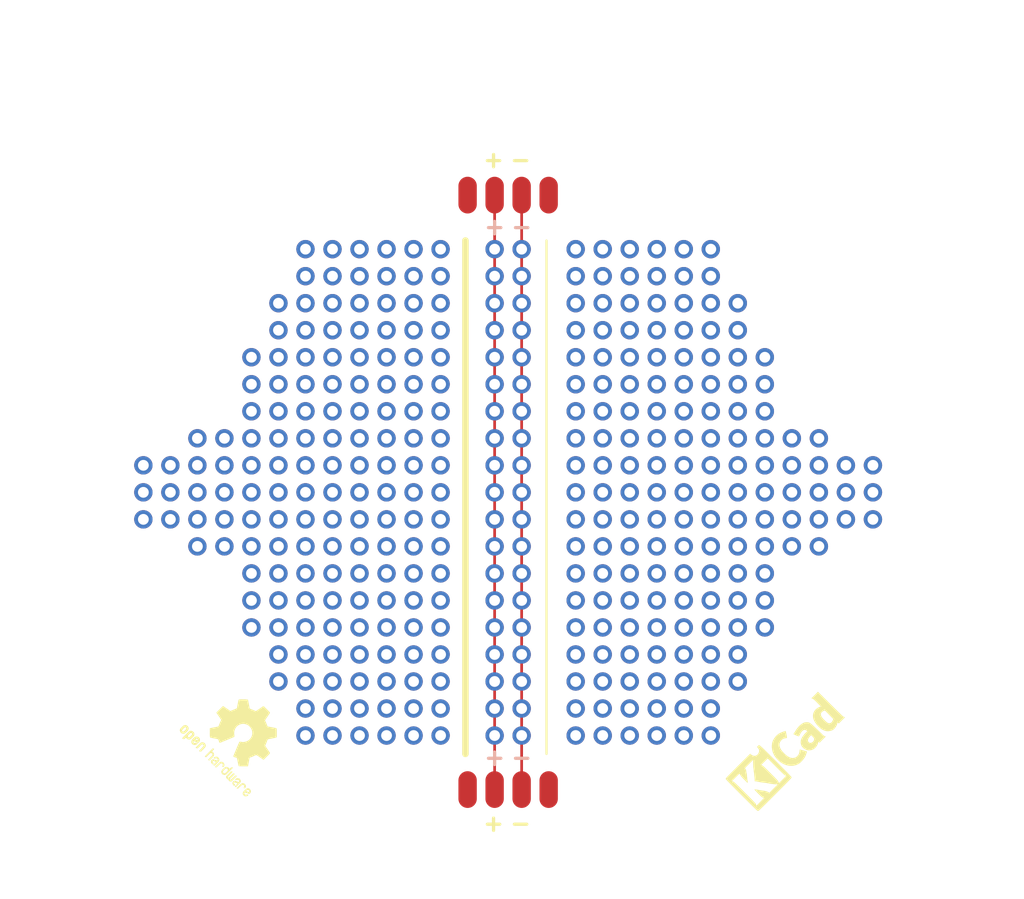
<source format=kicad_pcb>
(kicad_pcb (version 20171130) (host pcbnew no-vcs-found-1773985~61~ubuntu16.04.1)
  (layers (0 F.Cu signal) (31 B.Cu signal) (34 B.Paste user) (35 F.Paste user) (36 B.SilkS user) (37 F.SilkS user) (38 B.Mask user) (39 F.Mask user) (44 Edge.Cuts user))
  (net 0 "")
  (module mi_protoboard:hole_circular (layer F.Cu) (at 112.70066 100.8001)
    (fp_text reference REF** hide)
    (fp_text value hole_circular hide)
    (pad 1 thru_hole oval (at 0 0) (size 1.7 1.7) (drill 1) (layers *.Cu *.Mask))
  )
  (module mi_protoboard:hole_circular (layer F.Cu) (at 110.20066 98.3001)
    (fp_text reference REF** hide)
    (fp_text value hole_circular hide)
    (pad 1 thru_hole oval (at 0 0) (size 1.7 1.7) (drill 1) (layers *.Cu *.Mask))
  )
  (module mi_protoboard:hole_circular (layer F.Cu) (at 110.20066 95.8001)
    (fp_text reference REF** hide)
    (fp_text value hole_circular hide)
    (pad 1 thru_hole oval (at 0 0) (size 1.7 1.7) (drill 1) (layers *.Cu *.Mask))
  )
  (module mi_protoboard:hole_circular (layer F.Cu) (at 110.20066 100.8001)
    (fp_text reference REF** hide)
    (fp_text value hole_circular hide)
    (pad 1 thru_hole oval (at 0 0) (size 1.7 1.7) (drill 1) (layers *.Cu *.Mask))
  )
  (module mi_protoboard:hole_circular (layer F.Cu) (at 112.70066 98.3001)
    (fp_text reference REF** hide)
    (fp_text value hole_circular hide)
    (pad 1 thru_hole oval (at 0 0) (size 1.7 1.7) (drill 1) (layers *.Cu *.Mask))
  )
  (module mi_protoboard:hole_circular (layer F.Cu) (at 112.70066 95.8001)
    (fp_text reference REF** hide)
    (fp_text value hole_circular hide)
    (pad 1 thru_hole oval (at 0 0) (size 1.7 1.7) (drill 1) (layers *.Cu *.Mask))
  )
  (module mi_protoboard:conector_oval (layer F.Cu) (at 142.70066 125.8001)
    (fp_text reference REF** hide)
    (fp_text value conector_oval hide)
    (pad 1 connect oval (at 0 0) (size 1.7 3.4) (layers F.Cu F.Mask))
  )
  (module mi_protoboard:conector_oval (layer F.Cu) (at 145.20066 125.8001)
    (fp_text reference REF** hide)
    (fp_text value conector_oval hide)
    (pad 1 connect oval (at 0 0) (size 1.7 3.4) (layers F.Cu F.Mask))
  )
  (module mi_protoboard:conector_oval (layer F.Cu) (at 147.70066 125.8001)
    (fp_text reference REF** hide)
    (fp_text value conector_oval hide)
    (pad 1 connect oval (at 0 0) (size 1.7 3.4) (layers F.Cu F.Mask))
  )
  (module mi_protoboard:conector_oval (layer F.Cu) (at 140.20066 125.8001)
    (fp_text reference REF** hide)
    (fp_text value conector_oval hide)
    (pad 1 connect oval (at 0 0) (size 1.7 3.4) (layers F.Cu F.Mask))
  )
  (module mi_protoboard:conector_oval (layer F.Cu) (at 147.70066 70.8001)
    (fp_text reference REF** hide)
    (fp_text value conector_oval hide)
    (pad 1 connect oval (at 0 0) (size 1.7 3.4) (layers F.Cu F.Mask))
  )
  (module mi_protoboard:conector_oval (layer F.Cu) (at 145.20066 70.8001)
    (fp_text reference REF** hide)
    (fp_text value conector_oval hide)
    (pad 1 connect oval (at 0 0) (size 1.7 3.4) (layers F.Cu F.Mask))
  )
  (module mi_protoboard:conector_oval (layer F.Cu) (at 142.70066 70.8001)
    (fp_text reference REF** hide)
    (fp_text value conector_oval hide)
    (pad 1 connect oval (at 0 0) (size 1.7 3.4) (layers F.Cu F.Mask))
  )
  (module mi_protoboard:hole_circular (layer F.Cu) (at 117.70066 93.3001)
    (fp_text reference REF** hide)
    (fp_text value hole_circular hide)
    (pad 1 thru_hole oval (at 0 0) (size 1.7 1.7) (drill 1) (layers *.Cu *.Mask))
  )
  (module mi_protoboard:hole_circular (layer F.Cu) (at 115.20066 103.3001)
    (fp_text reference REF** hide)
    (fp_text value hole_circular hide)
    (pad 1 thru_hole oval (at 0 0) (size 1.7 1.7) (drill 1) (layers *.Cu *.Mask))
  )
  (module mi_protoboard:hole_circular (layer F.Cu) (at 115.20066 93.3001)
    (fp_text reference REF** hide)
    (fp_text value hole_circular hide)
    (pad 1 thru_hole oval (at 0 0) (size 1.7 1.7) (drill 1) (layers *.Cu *.Mask))
  )
  (module mi_protoboard:hole_circular (layer F.Cu) (at 117.70066 103.3001)
    (fp_text reference REF** hide)
    (fp_text value hole_circular hide)
    (pad 1 thru_hole oval (at 0 0) (size 1.7 1.7) (drill 1) (layers *.Cu *.Mask))
  )
  (module mi_protoboard:hole_circular (layer F.Cu) (at 115.20066 95.8001)
    (fp_text reference REF** hide)
    (fp_text value hole_circular hide)
    (pad 1 thru_hole oval (at 0 0) (size 1.7 1.7) (drill 1) (layers *.Cu *.Mask))
  )
  (module mi_protoboard:hole_circular (layer F.Cu) (at 117.70066 95.8001)
    (fp_text reference REF** hide)
    (fp_text value hole_circular hide)
    (pad 1 thru_hole oval (at 0 0) (size 1.7 1.7) (drill 1) (layers *.Cu *.Mask))
  )
  (module mi_protoboard:hole_circular (layer F.Cu) (at 115.20066 98.3001)
    (fp_text reference REF** hide)
    (fp_text value hole_circular hide)
    (pad 1 thru_hole oval (at 0 0) (size 1.7 1.7) (drill 1) (layers *.Cu *.Mask))
  )
  (module mi_protoboard:hole_circular (layer F.Cu) (at 115.20066 100.8001)
    (fp_text reference REF** hide)
    (fp_text value hole_circular hide)
    (pad 1 thru_hole oval (at 0 0) (size 1.7 1.7) (drill 1) (layers *.Cu *.Mask))
  )
  (module mi_protoboard:hole_circular (layer F.Cu) (at 117.70066 100.8001)
    (fp_text reference REF** hide)
    (fp_text value hole_circular hide)
    (pad 1 thru_hole oval (at 0 0) (size 1.7 1.7) (drill 1) (layers *.Cu *.Mask))
  )
  (module mi_protoboard:hole_circular (layer F.Cu) (at 117.70066 98.3001)
    (fp_text reference REF** hide)
    (fp_text value hole_circular hide)
    (pad 1 thru_hole oval (at 0 0) (size 1.7 1.7) (drill 1) (layers *.Cu *.Mask))
  )
  (module mi_protoboard:hole_circular (layer F.Cu) (at 177.70066 95.8001)
    (fp_text reference REF** hide)
    (fp_text value hole_circular hide)
    (pad 1 thru_hole oval (at 0 0) (size 1.7 1.7) (drill 1) (layers *.Cu *.Mask))
  )
  (module mi_protoboard:hole_circular (layer F.Cu) (at 175.20066 95.8001)
    (fp_text reference REF** hide)
    (fp_text value hole_circular hide)
    (pad 1 thru_hole oval (at 0 0) (size 1.7 1.7) (drill 1) (layers *.Cu *.Mask))
  )
  (module mi_protoboard:hole_circular (layer F.Cu) (at 175.20066 100.8001)
    (fp_text reference REF** hide)
    (fp_text value hole_circular hide)
    (pad 1 thru_hole oval (at 0 0) (size 1.7 1.7) (drill 1) (layers *.Cu *.Mask))
  )
  (module mi_protoboard:hole_circular (layer F.Cu) (at 177.70066 98.3001)
    (fp_text reference REF** hide)
    (fp_text value hole_circular hide)
    (pad 1 thru_hole oval (at 0 0) (size 1.7 1.7) (drill 1) (layers *.Cu *.Mask))
  )
  (module mi_protoboard:hole_circular (layer F.Cu) (at 175.20066 98.3001)
    (fp_text reference REF** hide)
    (fp_text value hole_circular hide)
    (pad 1 thru_hole oval (at 0 0) (size 1.7 1.7) (drill 1) (layers *.Cu *.Mask))
  )
  (module mi_protoboard:hole_circular (layer F.Cu) (at 177.70066 100.8001)
    (fp_text reference REF** hide)
    (fp_text value hole_circular hide)
    (pad 1 thru_hole oval (at 0 0) (size 1.7 1.7) (drill 1) (layers *.Cu *.Mask))
  )
  (module mi_protoboard:hole_circular (layer F.Cu) (at 172.70066 100.8001)
    (fp_text reference REF** hide)
    (fp_text value hole_circular hide)
    (pad 1 thru_hole oval (at 0 0) (size 1.7 1.7) (drill 1) (layers *.Cu *.Mask))
  )
  (module mi_protoboard:hole_circular (layer F.Cu) (at 170.20066 100.8001)
    (fp_text reference REF** hide)
    (fp_text value hole_circular hide)
    (pad 1 thru_hole oval (at 0 0) (size 1.7 1.7) (drill 1) (layers *.Cu *.Mask))
  )
  (module mi_protoboard:hole_circular (layer F.Cu) (at 172.70066 95.8001)
    (fp_text reference REF** hide)
    (fp_text value hole_circular hide)
    (pad 1 thru_hole oval (at 0 0) (size 1.7 1.7) (drill 1) (layers *.Cu *.Mask))
  )
  (module mi_protoboard:hole_circular (layer F.Cu) (at 172.70066 103.3001)
    (fp_text reference REF** hide)
    (fp_text value hole_circular hide)
    (pad 1 thru_hole oval (at 0 0) (size 1.7 1.7) (drill 1) (layers *.Cu *.Mask))
  )
  (module mi_protoboard:hole_circular (layer F.Cu) (at 170.20066 93.3001)
    (fp_text reference REF** hide)
    (fp_text value hole_circular hide)
    (pad 1 thru_hole oval (at 0 0) (size 1.7 1.7) (drill 1) (layers *.Cu *.Mask))
  )
  (module mi_protoboard:hole_circular (layer F.Cu) (at 172.70066 98.3001)
    (fp_text reference REF** hide)
    (fp_text value hole_circular hide)
    (pad 1 thru_hole oval (at 0 0) (size 1.7 1.7) (drill 1) (layers *.Cu *.Mask))
  )
  (module mi_protoboard:hole_circular (layer F.Cu) (at 170.20066 103.3001)
    (fp_text reference REF** hide)
    (fp_text value hole_circular hide)
    (pad 1 thru_hole oval (at 0 0) (size 1.7 1.7) (drill 1) (layers *.Cu *.Mask))
  )
  (module mi_protoboard:hole_circular (layer F.Cu) (at 172.70066 93.3001)
    (fp_text reference REF** hide)
    (fp_text value hole_circular hide)
    (pad 1 thru_hole oval (at 0 0) (size 1.7 1.7) (drill 1) (layers *.Cu *.Mask))
  )
  (module mi_protoboard:hole_circular (layer F.Cu) (at 170.20066 95.8001)
    (fp_text reference REF** hide)
    (fp_text value hole_circular hide)
    (pad 1 thru_hole oval (at 0 0) (size 1.7 1.7) (drill 1) (layers *.Cu *.Mask))
  )
  (module mi_protoboard:hole_circular (layer F.Cu) (at 170.20066 98.3001)
    (fp_text reference REF** hide)
    (fp_text value hole_circular hide)
    (pad 1 thru_hole oval (at 0 0) (size 1.7 1.7) (drill 1) (layers *.Cu *.Mask))
  )
  (module mi_protoboard:hole_circular (layer F.Cu) (at 165.20066 80.8001)
    (fp_text reference REF** hide)
    (fp_text value hole_circular hide)
    (pad 1 thru_hole oval (at 0 0) (size 1.7 1.7) (drill 1) (layers *.Cu *.Mask))
  )
  (module mi_protoboard:hole_circular (layer F.Cu) (at 165.20066 83.3001)
    (fp_text reference REF** hide)
    (fp_text value hole_circular hide)
    (pad 1 thru_hole oval (at 0 0) (size 1.7 1.7) (drill 1) (layers *.Cu *.Mask))
  )
  (module mi_protoboard:hole_circular (layer F.Cu) (at 132.70066 120.8001 180)
    (fp_text reference REF** hide)
    (fp_text value hole_circular hide)
    (pad 1 thru_hole oval (at 0 0 180) (size 1.7 1.7) (drill 1) (layers *.Cu *.Mask))
  )
  (module mi_protoboard:hole_circular (layer F.Cu) (at 135.20066 120.8001 180)
    (fp_text reference REF** hide)
    (fp_text value hole_circular hide)
    (pad 1 thru_hole oval (at 0 0 180) (size 1.7 1.7) (drill 1) (layers *.Cu *.Mask))
  )
  (module mi_protoboard:hole_circular (layer F.Cu) (at 135.20066 118.3001 180)
    (fp_text reference REF** hide)
    (fp_text value hole_circular hide)
    (pad 1 thru_hole oval (at 0 0 180) (size 1.7 1.7) (drill 1) (layers *.Cu *.Mask))
  )
  (module mi_protoboard:hole_circular (layer F.Cu) (at 162.70066 118.3001 180)
    (fp_text reference REF** hide)
    (fp_text value hole_circular hide)
    (pad 1 thru_hole oval (at 0 0 180) (size 1.7 1.7) (drill 1) (layers *.Cu *.Mask))
  )
  (module mi_protoboard:hole_circular (layer F.Cu) (at 125.20066 120.8001 180)
    (fp_text reference REF** hide)
    (fp_text value hole_circular hide)
    (pad 1 thru_hole oval (at 0 0 180) (size 1.7 1.7) (drill 1) (layers *.Cu *.Mask))
  )
  (module mi_protoboard:hole_circular (layer F.Cu) (at 125.20066 118.3001 180)
    (fp_text reference REF** hide)
    (fp_text value hole_circular hide)
    (pad 1 thru_hole oval (at 0 0 180) (size 1.7 1.7) (drill 1) (layers *.Cu *.Mask))
  )
  (module mi_protoboard:hole_circular (layer F.Cu) (at 127.70066 118.3001 180)
    (fp_text reference REF** hide)
    (fp_text value hole_circular hide)
    (pad 1 thru_hole oval (at 0 0 180) (size 1.7 1.7) (drill 1) (layers *.Cu *.Mask))
  )
  (module mi_protoboard:hole_circular (layer F.Cu) (at 157.70066 120.8001 180)
    (fp_text reference REF** hide)
    (fp_text value hole_circular hide)
    (pad 1 thru_hole oval (at 0 0 180) (size 1.7 1.7) (drill 1) (layers *.Cu *.Mask))
  )
  (module mi_protoboard:hole_circular (layer F.Cu) (at 155.20066 120.8001 180)
    (fp_text reference REF** hide)
    (fp_text value hole_circular hide)
    (pad 1 thru_hole oval (at 0 0 180) (size 1.7 1.7) (drill 1) (layers *.Cu *.Mask))
  )
  (module mi_protoboard:hole_circular (layer F.Cu) (at 155.20066 118.3001 180)
    (fp_text reference REF** hide)
    (fp_text value hole_circular hide)
    (pad 1 thru_hole oval (at 0 0 180) (size 1.7 1.7) (drill 1) (layers *.Cu *.Mask))
  )
  (module mi_protoboard:hole_circular (layer F.Cu) (at 130.20066 120.8001 180)
    (fp_text reference REF** hide)
    (fp_text value hole_circular hide)
    (pad 1 thru_hole oval (at 0 0 180) (size 1.7 1.7) (drill 1) (layers *.Cu *.Mask))
  )
  (module mi_protoboard:hole_circular (layer F.Cu) (at 130.20066 118.3001 180)
    (fp_text reference REF** hide)
    (fp_text value hole_circular hide)
    (pad 1 thru_hole oval (at 0 0 180) (size 1.7 1.7) (drill 1) (layers *.Cu *.Mask))
  )
  (module mi_protoboard:hole_circular (layer F.Cu) (at 162.70066 120.8001 180)
    (fp_text reference REF** hide)
    (fp_text value hole_circular hide)
    (pad 1 thru_hole oval (at 0 0 180) (size 1.7 1.7) (drill 1) (layers *.Cu *.Mask))
  )
  (module mi_protoboard:hole_circular (layer F.Cu) (at 160.20066 118.3001 180)
    (fp_text reference REF** hide)
    (fp_text value hole_circular hide)
    (pad 1 thru_hole oval (at 0 0 180) (size 1.7 1.7) (drill 1) (layers *.Cu *.Mask))
  )
  (module mi_protoboard:hole_circular (layer F.Cu) (at 145.20066 120.8001 180)
    (fp_text reference REF** hide)
    (fp_text value hole_circular hide)
    (pad 1 thru_hole oval (at 0 0 180) (size 1.7 1.7) (drill 1) (layers *.Cu *.Mask))
  )
  (module mi_protoboard:hole_circular (layer F.Cu) (at 157.70066 118.3001 180)
    (fp_text reference REF** hide)
    (fp_text value hole_circular hide)
    (pad 1 thru_hole oval (at 0 0 180) (size 1.7 1.7) (drill 1) (layers *.Cu *.Mask))
  )
  (module mi_protoboard:hole_circular (layer F.Cu) (at 150.20066 120.8001 180)
    (fp_text reference REF** hide)
    (fp_text value hole_circular hide)
    (pad 1 thru_hole oval (at 0 0 180) (size 1.7 1.7) (drill 1) (layers *.Cu *.Mask))
  )
  (module mi_protoboard:hole_circular (layer F.Cu) (at 145.20066 118.3001 180)
    (fp_text reference REF** hide)
    (fp_text value hole_circular hide)
    (pad 1 thru_hole oval (at 0 0 180) (size 1.7 1.7) (drill 1) (layers *.Cu *.Mask))
  )
  (module mi_protoboard:hole_circular (layer F.Cu) (at 142.70066 118.3001 180)
    (fp_text reference REF** hide)
    (fp_text value hole_circular hide)
    (pad 1 thru_hole oval (at 0 0 180) (size 1.7 1.7) (drill 1) (layers *.Cu *.Mask))
  )
  (module mi_protoboard:hole_circular (layer F.Cu) (at 160.20066 120.8001 180)
    (fp_text reference REF** hide)
    (fp_text value hole_circular hide)
    (pad 1 thru_hole oval (at 0 0 180) (size 1.7 1.7) (drill 1) (layers *.Cu *.Mask))
  )
  (module mi_protoboard:hole_circular (layer F.Cu) (at 127.70066 120.8001 180)
    (fp_text reference REF** hide)
    (fp_text value hole_circular hide)
    (pad 1 thru_hole oval (at 0 0 180) (size 1.7 1.7) (drill 1) (layers *.Cu *.Mask))
  )
  (module mi_protoboard:hole_circular (layer F.Cu) (at 137.70066 120.8001 180)
    (fp_text reference REF** hide)
    (fp_text value hole_circular hide)
    (pad 1 thru_hole oval (at 0 0 180) (size 1.7 1.7) (drill 1) (layers *.Cu *.Mask))
  )
  (module mi_protoboard:hole_circular (layer F.Cu) (at 150.20066 118.3001 180)
    (fp_text reference REF** hide)
    (fp_text value hole_circular hide)
    (pad 1 thru_hole oval (at 0 0 180) (size 1.7 1.7) (drill 1) (layers *.Cu *.Mask))
  )
  (module mi_protoboard:hole_circular (layer F.Cu) (at 152.70066 120.8001 180)
    (fp_text reference REF** hide)
    (fp_text value hole_circular hide)
    (pad 1 thru_hole oval (at 0 0 180) (size 1.7 1.7) (drill 1) (layers *.Cu *.Mask))
  )
  (module mi_protoboard:hole_circular (layer F.Cu) (at 142.70066 120.8001 180)
    (fp_text reference REF** hide)
    (fp_text value hole_circular hide)
    (pad 1 thru_hole oval (at 0 0 180) (size 1.7 1.7) (drill 1) (layers *.Cu *.Mask))
  )
  (module mi_protoboard:hole_circular (layer F.Cu) (at 137.70066 118.3001 180)
    (fp_text reference REF** hide)
    (fp_text value hole_circular hide)
    (pad 1 thru_hole oval (at 0 0 180) (size 1.7 1.7) (drill 1) (layers *.Cu *.Mask))
  )
  (module mi_protoboard:hole_circular (layer F.Cu) (at 132.70066 118.3001 180)
    (fp_text reference REF** hide)
    (fp_text value hole_circular hide)
    (pad 1 thru_hole oval (at 0 0 180) (size 1.7 1.7) (drill 1) (layers *.Cu *.Mask))
  )
  (module mi_protoboard:hole_circular (layer F.Cu) (at 152.70066 118.3001 180)
    (fp_text reference REF** hide)
    (fp_text value hole_circular hide)
    (pad 1 thru_hole oval (at 0 0 180) (size 1.7 1.7) (drill 1) (layers *.Cu *.Mask))
  )
  (module mi_protoboard:hole_circular (layer F.Cu) (at 157.70066 115.8001 180)
    (fp_text reference REF** hide)
    (fp_text value hole_circular hide)
    (pad 1 thru_hole oval (at 0 0 180) (size 1.7 1.7) (drill 1) (layers *.Cu *.Mask))
  )
  (module mi_protoboard:hole_circular (layer F.Cu) (at 160.20066 115.8001 180)
    (fp_text reference REF** hide)
    (fp_text value hole_circular hide)
    (pad 1 thru_hole oval (at 0 0 180) (size 1.7 1.7) (drill 1) (layers *.Cu *.Mask))
  )
  (module mi_protoboard:hole_circular (layer F.Cu) (at 160.20066 113.3001 180)
    (fp_text reference REF** hide)
    (fp_text value hole_circular hide)
    (pad 1 thru_hole oval (at 0 0 180) (size 1.7 1.7) (drill 1) (layers *.Cu *.Mask))
  )
  (module mi_protoboard:hole_circular (layer F.Cu) (at 150.20066 115.8001 180)
    (fp_text reference REF** hide)
    (fp_text value hole_circular hide)
    (pad 1 thru_hole oval (at 0 0 180) (size 1.7 1.7) (drill 1) (layers *.Cu *.Mask))
  )
  (module mi_protoboard:hole_circular (layer F.Cu) (at 150.20066 113.3001 180)
    (fp_text reference REF** hide)
    (fp_text value hole_circular hide)
    (pad 1 thru_hole oval (at 0 0 180) (size 1.7 1.7) (drill 1) (layers *.Cu *.Mask))
  )
  (module mi_protoboard:hole_circular (layer F.Cu) (at 152.70066 113.3001 180)
    (fp_text reference REF** hide)
    (fp_text value hole_circular hide)
    (pad 1 thru_hole oval (at 0 0 180) (size 1.7 1.7) (drill 1) (layers *.Cu *.Mask))
  )
  (module mi_protoboard:hole_circular (layer F.Cu) (at 165.20066 113.3001 180)
    (fp_text reference REF** hide)
    (fp_text value hole_circular hide)
    (pad 1 thru_hole oval (at 0 0 180) (size 1.7 1.7) (drill 1) (layers *.Cu *.Mask))
  )
  (module mi_protoboard:hole_circular (layer F.Cu) (at 155.20066 115.8001 180)
    (fp_text reference REF** hide)
    (fp_text value hole_circular hide)
    (pad 1 thru_hole oval (at 0 0 180) (size 1.7 1.7) (drill 1) (layers *.Cu *.Mask))
  )
  (module mi_protoboard:hole_circular (layer F.Cu) (at 155.20066 113.3001 180)
    (fp_text reference REF** hide)
    (fp_text value hole_circular hide)
    (pad 1 thru_hole oval (at 0 0 180) (size 1.7 1.7) (drill 1) (layers *.Cu *.Mask))
  )
  (module mi_protoboard:hole_circular (layer F.Cu) (at 152.70066 115.8001 180)
    (fp_text reference REF** hide)
    (fp_text value hole_circular hide)
    (pad 1 thru_hole oval (at 0 0 180) (size 1.7 1.7) (drill 1) (layers *.Cu *.Mask))
  )
  (module mi_protoboard:hole_circular (layer F.Cu) (at 145.20066 113.3001 180)
    (fp_text reference REF** hide)
    (fp_text value hole_circular hide)
    (pad 1 thru_hole oval (at 0 0 180) (size 1.7 1.7) (drill 1) (layers *.Cu *.Mask))
  )
  (module mi_protoboard:hole_circular (layer F.Cu) (at 162.70066 115.8001 180)
    (fp_text reference REF** hide)
    (fp_text value hole_circular hide)
    (pad 1 thru_hole oval (at 0 0 180) (size 1.7 1.7) (drill 1) (layers *.Cu *.Mask))
  )
  (module mi_protoboard:hole_circular (layer F.Cu) (at 165.20066 115.8001 180)
    (fp_text reference REF** hide)
    (fp_text value hole_circular hide)
    (pad 1 thru_hole oval (at 0 0 180) (size 1.7 1.7) (drill 1) (layers *.Cu *.Mask))
  )
  (module mi_protoboard:hole_circular (layer F.Cu) (at 145.20066 115.8001 180)
    (fp_text reference REF** hide)
    (fp_text value hole_circular hide)
    (pad 1 thru_hole oval (at 0 0 180) (size 1.7 1.7) (drill 1) (layers *.Cu *.Mask))
  )
  (module mi_protoboard:hole_circular (layer F.Cu) (at 162.70066 113.3001 180)
    (fp_text reference REF** hide)
    (fp_text value hole_circular hide)
    (pad 1 thru_hole oval (at 0 0 180) (size 1.7 1.7) (drill 1) (layers *.Cu *.Mask))
  )
  (module mi_protoboard:hole_circular (layer F.Cu) (at 157.70066 113.3001 180)
    (fp_text reference REF** hide)
    (fp_text value hole_circular hide)
    (pad 1 thru_hole oval (at 0 0 180) (size 1.7 1.7) (drill 1) (layers *.Cu *.Mask))
  )
  (module mi_protoboard:hole_circular (layer F.Cu) (at 125.20066 113.3001 180)
    (fp_text reference REF** hide)
    (fp_text value hole_circular hide)
    (pad 1 thru_hole oval (at 0 0 180) (size 1.7 1.7) (drill 1) (layers *.Cu *.Mask))
  )
  (module mi_protoboard:hole_circular (layer F.Cu) (at 130.20066 115.8001 180)
    (fp_text reference REF** hide)
    (fp_text value hole_circular hide)
    (pad 1 thru_hole oval (at 0 0 180) (size 1.7 1.7) (drill 1) (layers *.Cu *.Mask))
  )
  (module mi_protoboard:hole_circular (layer F.Cu) (at 122.70066 113.3001 180)
    (fp_text reference REF** hide)
    (fp_text value hole_circular hide)
    (pad 1 thru_hole oval (at 0 0 180) (size 1.7 1.7) (drill 1) (layers *.Cu *.Mask))
  )
  (module mi_protoboard:hole_circular (layer F.Cu) (at 142.70066 115.8001 180)
    (fp_text reference REF** hide)
    (fp_text value hole_circular hide)
    (pad 1 thru_hole oval (at 0 0 180) (size 1.7 1.7) (drill 1) (layers *.Cu *.Mask))
  )
  (module mi_protoboard:hole_circular (layer F.Cu) (at 122.70066 115.8001 180)
    (fp_text reference REF** hide)
    (fp_text value hole_circular hide)
    (pad 1 thru_hole oval (at 0 0 180) (size 1.7 1.7) (drill 1) (layers *.Cu *.Mask))
  )
  (module mi_protoboard:hole_circular (layer F.Cu) (at 142.70066 113.3001 180)
    (fp_text reference REF** hide)
    (fp_text value hole_circular hide)
    (pad 1 thru_hole oval (at 0 0 180) (size 1.7 1.7) (drill 1) (layers *.Cu *.Mask))
  )
  (module mi_protoboard:hole_circular (layer F.Cu) (at 132.70066 115.8001 180)
    (fp_text reference REF** hide)
    (fp_text value hole_circular hide)
    (pad 1 thru_hole oval (at 0 0 180) (size 1.7 1.7) (drill 1) (layers *.Cu *.Mask))
  )
  (module mi_protoboard:hole_circular (layer F.Cu) (at 135.20066 115.8001 180)
    (fp_text reference REF** hide)
    (fp_text value hole_circular hide)
    (pad 1 thru_hole oval (at 0 0 180) (size 1.7 1.7) (drill 1) (layers *.Cu *.Mask))
  )
  (module mi_protoboard:hole_circular (layer F.Cu) (at 137.70066 115.8001 180)
    (fp_text reference REF** hide)
    (fp_text value hole_circular hide)
    (pad 1 thru_hole oval (at 0 0 180) (size 1.7 1.7) (drill 1) (layers *.Cu *.Mask))
  )
  (module mi_protoboard:hole_circular (layer F.Cu) (at 127.70066 113.3001 180)
    (fp_text reference REF** hide)
    (fp_text value hole_circular hide)
    (pad 1 thru_hole oval (at 0 0 180) (size 1.7 1.7) (drill 1) (layers *.Cu *.Mask))
  )
  (module mi_protoboard:hole_circular (layer F.Cu) (at 130.20066 113.3001 180)
    (fp_text reference REF** hide)
    (fp_text value hole_circular hide)
    (pad 1 thru_hole oval (at 0 0 180) (size 1.7 1.7) (drill 1) (layers *.Cu *.Mask))
  )
  (module mi_protoboard:hole_circular (layer F.Cu) (at 125.20066 115.8001 180)
    (fp_text reference REF** hide)
    (fp_text value hole_circular hide)
    (pad 1 thru_hole oval (at 0 0 180) (size 1.7 1.7) (drill 1) (layers *.Cu *.Mask))
  )
  (module mi_protoboard:hole_circular (layer F.Cu) (at 127.70066 115.8001 180)
    (fp_text reference REF** hide)
    (fp_text value hole_circular hide)
    (pad 1 thru_hole oval (at 0 0 180) (size 1.7 1.7) (drill 1) (layers *.Cu *.Mask))
  )
  (module mi_protoboard:hole_circular (layer F.Cu) (at 132.70066 113.3001 180)
    (fp_text reference REF** hide)
    (fp_text value hole_circular hide)
    (pad 1 thru_hole oval (at 0 0 180) (size 1.7 1.7) (drill 1) (layers *.Cu *.Mask))
  )
  (module mi_protoboard:hole_circular (layer F.Cu) (at 135.20066 113.3001 180)
    (fp_text reference REF** hide)
    (fp_text value hole_circular hide)
    (pad 1 thru_hole oval (at 0 0 180) (size 1.7 1.7) (drill 1) (layers *.Cu *.Mask))
  )
  (module mi_protoboard:hole_circular (layer F.Cu) (at 137.70066 113.3001 180)
    (fp_text reference REF** hide)
    (fp_text value hole_circular hide)
    (pad 1 thru_hole oval (at 0 0 180) (size 1.7 1.7) (drill 1) (layers *.Cu *.Mask))
  )
  (module mi_protoboard:hole_circular (layer F.Cu) (at 155.20066 100.8001)
    (fp_text reference REF** hide)
    (fp_text value hole_circular hide)
    (pad 1 thru_hole oval (at 0 0) (size 1.7 1.7) (drill 1) (layers *.Cu *.Mask))
  )
  (module mi_protoboard:hole_circular (layer F.Cu) (at 142.70066 100.8001)
    (fp_text reference REF** hide)
    (fp_text value hole_circular hide)
    (pad 1 thru_hole oval (at 0 0) (size 1.7 1.7) (drill 1) (layers *.Cu *.Mask))
  )
  (module mi_protoboard:hole_circular (layer F.Cu) (at 150.20066 103.3001)
    (fp_text reference REF** hide)
    (fp_text value hole_circular hide)
    (pad 1 thru_hole oval (at 0 0) (size 1.7 1.7) (drill 1) (layers *.Cu *.Mask))
  )
  (module mi_protoboard:hole_circular (layer F.Cu) (at 132.70066 100.8001)
    (fp_text reference REF** hide)
    (fp_text value hole_circular hide)
    (pad 1 thru_hole oval (at 0 0) (size 1.7 1.7) (drill 1) (layers *.Cu *.Mask))
  )
  (module mi_protoboard:hole_circular (layer F.Cu) (at 125.20066 105.8001)
    (fp_text reference REF** hide)
    (fp_text value hole_circular hide)
    (pad 1 thru_hole oval (at 0 0) (size 1.7 1.7) (drill 1) (layers *.Cu *.Mask))
  )
  (module mi_protoboard:hole_circular (layer F.Cu) (at 122.70066 105.8001)
    (fp_text reference REF** hide)
    (fp_text value hole_circular hide)
    (pad 1 thru_hole oval (at 0 0) (size 1.7 1.7) (drill 1) (layers *.Cu *.Mask))
  )
  (module mi_protoboard:hole_circular (layer F.Cu) (at 132.70066 105.8001)
    (fp_text reference REF** hide)
    (fp_text value hole_circular hide)
    (pad 1 thru_hole oval (at 0 0) (size 1.7 1.7) (drill 1) (layers *.Cu *.Mask))
  )
  (module mi_protoboard:hole_circular (layer F.Cu) (at 145.20066 110.8001)
    (fp_text reference REF** hide)
    (fp_text value hole_circular hide)
    (pad 1 thru_hole oval (at 0 0) (size 1.7 1.7) (drill 1) (layers *.Cu *.Mask))
  )
  (module mi_protoboard:hole_circular (layer F.Cu) (at 137.70066 110.8001)
    (fp_text reference REF** hide)
    (fp_text value hole_circular hide)
    (pad 1 thru_hole oval (at 0 0) (size 1.7 1.7) (drill 1) (layers *.Cu *.Mask))
  )
  (module mi_protoboard:hole_circular (layer F.Cu) (at 135.20066 100.8001)
    (fp_text reference REF** hide)
    (fp_text value hole_circular hide)
    (pad 1 thru_hole oval (at 0 0) (size 1.7 1.7) (drill 1) (layers *.Cu *.Mask))
  )
  (module mi_protoboard:hole_circular (layer F.Cu) (at 142.70066 110.8001)
    (fp_text reference REF** hide)
    (fp_text value hole_circular hide)
    (pad 1 thru_hole oval (at 0 0) (size 1.7 1.7) (drill 1) (layers *.Cu *.Mask))
  )
  (module mi_protoboard:hole_circular (layer F.Cu) (at 145.20066 108.3001)
    (fp_text reference REF** hide)
    (fp_text value hole_circular hide)
    (pad 1 thru_hole oval (at 0 0) (size 1.7 1.7) (drill 1) (layers *.Cu *.Mask))
  )
  (module mi_protoboard:hole_circular (layer F.Cu) (at 122.70066 108.3001)
    (fp_text reference REF** hide)
    (fp_text value hole_circular hide)
    (pad 1 thru_hole oval (at 0 0) (size 1.7 1.7) (drill 1) (layers *.Cu *.Mask))
  )
  (module mi_protoboard:hole_circular (layer F.Cu) (at 120.20066 108.3001)
    (fp_text reference REF** hide)
    (fp_text value hole_circular hide)
    (pad 1 thru_hole oval (at 0 0) (size 1.7 1.7) (drill 1) (layers *.Cu *.Mask))
  )
  (module mi_protoboard:hole_circular (layer F.Cu) (at 162.70066 103.3001)
    (fp_text reference REF** hide)
    (fp_text value hole_circular hide)
    (pad 1 thru_hole oval (at 0 0) (size 1.7 1.7) (drill 1) (layers *.Cu *.Mask))
  )
  (module mi_protoboard:hole_circular (layer F.Cu) (at 150.20066 100.8001)
    (fp_text reference REF** hide)
    (fp_text value hole_circular hide)
    (pad 1 thru_hole oval (at 0 0) (size 1.7 1.7) (drill 1) (layers *.Cu *.Mask))
  )
  (module mi_protoboard:hole_circular (layer F.Cu) (at 120.20066 100.8001)
    (fp_text reference REF** hide)
    (fp_text value hole_circular hide)
    (pad 1 thru_hole oval (at 0 0) (size 1.7 1.7) (drill 1) (layers *.Cu *.Mask))
  )
  (module mi_protoboard:hole_circular (layer F.Cu) (at 142.70066 108.3001)
    (fp_text reference REF** hide)
    (fp_text value hole_circular hide)
    (pad 1 thru_hole oval (at 0 0) (size 1.7 1.7) (drill 1) (layers *.Cu *.Mask))
  )
  (module mi_protoboard:hole_circular (layer F.Cu) (at 152.70066 100.8001)
    (fp_text reference REF** hide)
    (fp_text value hole_circular hide)
    (pad 1 thru_hole oval (at 0 0) (size 1.7 1.7) (drill 1) (layers *.Cu *.Mask))
  )
  (module mi_protoboard:hole_circular (layer F.Cu) (at 167.70066 108.3001)
    (fp_text reference REF** hide)
    (fp_text value hole_circular hide)
    (pad 1 thru_hole oval (at 0 0) (size 1.7 1.7) (drill 1) (layers *.Cu *.Mask))
  )
  (module mi_protoboard:hole_circular (layer F.Cu) (at 142.70066 105.8001)
    (fp_text reference REF** hide)
    (fp_text value hole_circular hide)
    (pad 1 thru_hole oval (at 0 0) (size 1.7 1.7) (drill 1) (layers *.Cu *.Mask))
  )
  (module mi_protoboard:hole_circular (layer F.Cu) (at 137.70066 100.8001)
    (fp_text reference REF** hide)
    (fp_text value hole_circular hide)
    (pad 1 thru_hole oval (at 0 0) (size 1.7 1.7) (drill 1) (layers *.Cu *.Mask))
  )
  (module mi_protoboard:hole_circular (layer F.Cu) (at 120.20066 105.8001)
    (fp_text reference REF** hide)
    (fp_text value hole_circular hide)
    (pad 1 thru_hole oval (at 0 0) (size 1.7 1.7) (drill 1) (layers *.Cu *.Mask))
  )
  (module mi_protoboard:hole_circular (layer F.Cu) (at 130.20066 103.3001)
    (fp_text reference REF** hide)
    (fp_text value hole_circular hide)
    (pad 1 thru_hole oval (at 0 0) (size 1.7 1.7) (drill 1) (layers *.Cu *.Mask))
  )
  (module mi_protoboard:hole_circular (layer F.Cu) (at 127.70066 103.3001)
    (fp_text reference REF** hide)
    (fp_text value hole_circular hide)
    (pad 1 thru_hole oval (at 0 0) (size 1.7 1.7) (drill 1) (layers *.Cu *.Mask))
  )
  (module mi_protoboard:hole_circular (layer F.Cu) (at 125.20066 103.3001)
    (fp_text reference REF** hide)
    (fp_text value hole_circular hide)
    (pad 1 thru_hole oval (at 0 0) (size 1.7 1.7) (drill 1) (layers *.Cu *.Mask))
  )
  (module mi_protoboard:hole_circular (layer F.Cu) (at 145.20066 100.8001)
    (fp_text reference REF** hide)
    (fp_text value hole_circular hide)
    (pad 1 thru_hole oval (at 0 0) (size 1.7 1.7) (drill 1) (layers *.Cu *.Mask))
  )
  (module mi_protoboard:hole_circular (layer F.Cu) (at 167.70066 103.3001)
    (fp_text reference REF** hide)
    (fp_text value hole_circular hide)
    (pad 1 thru_hole oval (at 0 0) (size 1.7 1.7) (drill 1) (layers *.Cu *.Mask))
  )
  (module mi_protoboard:hole_circular (layer F.Cu) (at 145.20066 103.3001)
    (fp_text reference REF** hide)
    (fp_text value hole_circular hide)
    (pad 1 thru_hole oval (at 0 0) (size 1.7 1.7) (drill 1) (layers *.Cu *.Mask))
  )
  (module mi_protoboard:hole_circular (layer F.Cu) (at 165.20066 105.8001)
    (fp_text reference REF** hide)
    (fp_text value hole_circular hide)
    (pad 1 thru_hole oval (at 0 0) (size 1.7 1.7) (drill 1) (layers *.Cu *.Mask))
  )
  (module mi_protoboard:hole_circular (layer F.Cu) (at 165.20066 103.3001)
    (fp_text reference REF** hide)
    (fp_text value hole_circular hide)
    (pad 1 thru_hole oval (at 0 0) (size 1.7 1.7) (drill 1) (layers *.Cu *.Mask))
  )
  (module mi_protoboard:hole_circular (layer F.Cu) (at 157.70066 100.8001)
    (fp_text reference REF** hide)
    (fp_text value hole_circular hide)
    (pad 1 thru_hole oval (at 0 0) (size 1.7 1.7) (drill 1) (layers *.Cu *.Mask))
  )
  (module mi_protoboard:hole_circular (layer F.Cu) (at 135.20066 105.8001)
    (fp_text reference REF** hide)
    (fp_text value hole_circular hide)
    (pad 1 thru_hole oval (at 0 0) (size 1.7 1.7) (drill 1) (layers *.Cu *.Mask))
  )
  (module mi_protoboard:hole_circular (layer F.Cu) (at 132.70066 103.3001)
    (fp_text reference REF** hide)
    (fp_text value hole_circular hide)
    (pad 1 thru_hole oval (at 0 0) (size 1.7 1.7) (drill 1) (layers *.Cu *.Mask))
  )
  (module mi_protoboard:hole_circular (layer F.Cu) (at 122.70066 103.3001)
    (fp_text reference REF** hide)
    (fp_text value hole_circular hide)
    (pad 1 thru_hole oval (at 0 0) (size 1.7 1.7) (drill 1) (layers *.Cu *.Mask))
  )
  (module mi_protoboard:hole_circular (layer F.Cu) (at 120.20066 103.3001)
    (fp_text reference REF** hide)
    (fp_text value hole_circular hide)
    (pad 1 thru_hole oval (at 0 0) (size 1.7 1.7) (drill 1) (layers *.Cu *.Mask))
  )
  (module mi_protoboard:hole_circular (layer F.Cu) (at 122.70066 110.8001)
    (fp_text reference REF** hide)
    (fp_text value hole_circular hide)
    (pad 1 thru_hole oval (at 0 0) (size 1.7 1.7) (drill 1) (layers *.Cu *.Mask))
  )
  (module mi_protoboard:hole_circular (layer F.Cu) (at 120.20066 110.8001)
    (fp_text reference REF** hide)
    (fp_text value hole_circular hide)
    (pad 1 thru_hole oval (at 0 0) (size 1.7 1.7) (drill 1) (layers *.Cu *.Mask))
  )
  (module mi_protoboard:hole_circular (layer F.Cu) (at 130.20066 108.3001)
    (fp_text reference REF** hide)
    (fp_text value hole_circular hide)
    (pad 1 thru_hole oval (at 0 0) (size 1.7 1.7) (drill 1) (layers *.Cu *.Mask))
  )
  (module mi_protoboard:hole_circular (layer F.Cu) (at 155.20066 108.3001)
    (fp_text reference REF** hide)
    (fp_text value hole_circular hide)
    (pad 1 thru_hole oval (at 0 0) (size 1.7 1.7) (drill 1) (layers *.Cu *.Mask))
  )
  (module mi_protoboard:hole_circular (layer F.Cu) (at 152.70066 105.8001)
    (fp_text reference REF** hide)
    (fp_text value hole_circular hide)
    (pad 1 thru_hole oval (at 0 0) (size 1.7 1.7) (drill 1) (layers *.Cu *.Mask))
  )
  (module mi_protoboard:hole_circular (layer F.Cu) (at 137.70066 105.8001)
    (fp_text reference REF** hide)
    (fp_text value hole_circular hide)
    (pad 1 thru_hole oval (at 0 0) (size 1.7 1.7) (drill 1) (layers *.Cu *.Mask))
  )
  (module mi_protoboard:hole_circular (layer F.Cu) (at 137.70066 103.3001)
    (fp_text reference REF** hide)
    (fp_text value hole_circular hide)
    (pad 1 thru_hole oval (at 0 0) (size 1.7 1.7) (drill 1) (layers *.Cu *.Mask))
  )
  (module mi_protoboard:hole_circular (layer F.Cu) (at 157.70066 108.3001)
    (fp_text reference REF** hide)
    (fp_text value hole_circular hide)
    (pad 1 thru_hole oval (at 0 0) (size 1.7 1.7) (drill 1) (layers *.Cu *.Mask))
  )
  (module mi_protoboard:hole_circular (layer F.Cu) (at 155.20066 103.3001)
    (fp_text reference REF** hide)
    (fp_text value hole_circular hide)
    (pad 1 thru_hole oval (at 0 0) (size 1.7 1.7) (drill 1) (layers *.Cu *.Mask))
  )
  (module mi_protoboard:hole_circular (layer F.Cu) (at 135.20066 110.8001)
    (fp_text reference REF** hide)
    (fp_text value hole_circular hide)
    (pad 1 thru_hole oval (at 0 0) (size 1.7 1.7) (drill 1) (layers *.Cu *.Mask))
  )
  (module mi_protoboard:hole_circular (layer F.Cu) (at 132.70066 110.8001)
    (fp_text reference REF** hide)
    (fp_text value hole_circular hide)
    (pad 1 thru_hole oval (at 0 0) (size 1.7 1.7) (drill 1) (layers *.Cu *.Mask))
  )
  (module mi_protoboard:hole_circular (layer F.Cu) (at 137.70066 108.3001)
    (fp_text reference REF** hide)
    (fp_text value hole_circular hide)
    (pad 1 thru_hole oval (at 0 0) (size 1.7 1.7) (drill 1) (layers *.Cu *.Mask))
  )
  (module mi_protoboard:hole_circular (layer F.Cu) (at 135.20066 108.3001)
    (fp_text reference REF** hide)
    (fp_text value hole_circular hide)
    (pad 1 thru_hole oval (at 0 0) (size 1.7 1.7) (drill 1) (layers *.Cu *.Mask))
  )
  (module mi_protoboard:hole_circular (layer F.Cu) (at 160.20066 108.3001)
    (fp_text reference REF** hide)
    (fp_text value hole_circular hide)
    (pad 1 thru_hole oval (at 0 0) (size 1.7 1.7) (drill 1) (layers *.Cu *.Mask))
  )
  (module mi_protoboard:hole_circular (layer F.Cu) (at 157.70066 110.8001)
    (fp_text reference REF** hide)
    (fp_text value hole_circular hide)
    (pad 1 thru_hole oval (at 0 0) (size 1.7 1.7) (drill 1) (layers *.Cu *.Mask))
  )
  (module mi_protoboard:hole_circular (layer F.Cu) (at 155.20066 105.8001)
    (fp_text reference REF** hide)
    (fp_text value hole_circular hide)
    (pad 1 thru_hole oval (at 0 0) (size 1.7 1.7) (drill 1) (layers *.Cu *.Mask))
  )
  (module mi_protoboard:hole_circular (layer F.Cu) (at 150.20066 108.3001)
    (fp_text reference REF** hide)
    (fp_text value hole_circular hide)
    (pad 1 thru_hole oval (at 0 0) (size 1.7 1.7) (drill 1) (layers *.Cu *.Mask))
  )
  (module mi_protoboard:hole_circular (layer F.Cu) (at 167.70066 110.8001)
    (fp_text reference REF** hide)
    (fp_text value hole_circular hide)
    (pad 1 thru_hole oval (at 0 0) (size 1.7 1.7) (drill 1) (layers *.Cu *.Mask))
  )
  (module mi_protoboard:hole_circular (layer F.Cu) (at 142.70066 103.3001)
    (fp_text reference REF** hide)
    (fp_text value hole_circular hide)
    (pad 1 thru_hole oval (at 0 0) (size 1.7 1.7) (drill 1) (layers *.Cu *.Mask))
  )
  (module mi_protoboard:hole_circular (layer F.Cu) (at 152.70066 103.3001)
    (fp_text reference REF** hide)
    (fp_text value hole_circular hide)
    (pad 1 thru_hole oval (at 0 0) (size 1.7 1.7) (drill 1) (layers *.Cu *.Mask))
  )
  (module mi_protoboard:hole_circular (layer F.Cu) (at 162.70066 110.8001)
    (fp_text reference REF** hide)
    (fp_text value hole_circular hide)
    (pad 1 thru_hole oval (at 0 0) (size 1.7 1.7) (drill 1) (layers *.Cu *.Mask))
  )
  (module mi_protoboard:hole_circular (layer F.Cu) (at 167.70066 100.8001)
    (fp_text reference REF** hide)
    (fp_text value hole_circular hide)
    (pad 1 thru_hole oval (at 0 0) (size 1.7 1.7) (drill 1) (layers *.Cu *.Mask))
  )
  (module mi_protoboard:hole_circular (layer F.Cu) (at 132.70066 108.3001)
    (fp_text reference REF** hide)
    (fp_text value hole_circular hide)
    (pad 1 thru_hole oval (at 0 0) (size 1.7 1.7) (drill 1) (layers *.Cu *.Mask))
  )
  (module mi_protoboard:hole_circular (layer F.Cu) (at 125.20066 100.8001)
    (fp_text reference REF** hide)
    (fp_text value hole_circular hide)
    (pad 1 thru_hole oval (at 0 0) (size 1.7 1.7) (drill 1) (layers *.Cu *.Mask))
  )
  (module mi_protoboard:hole_circular (layer F.Cu) (at 165.20066 100.8001)
    (fp_text reference REF** hide)
    (fp_text value hole_circular hide)
    (pad 1 thru_hole oval (at 0 0) (size 1.7 1.7) (drill 1) (layers *.Cu *.Mask))
  )
  (module mi_protoboard:hole_circular (layer F.Cu) (at 130.20066 105.8001)
    (fp_text reference REF** hide)
    (fp_text value hole_circular hide)
    (pad 1 thru_hole oval (at 0 0) (size 1.7 1.7) (drill 1) (layers *.Cu *.Mask))
  )
  (module mi_protoboard:hole_circular (layer F.Cu) (at 127.70066 105.8001)
    (fp_text reference REF** hide)
    (fp_text value hole_circular hide)
    (pad 1 thru_hole oval (at 0 0) (size 1.7 1.7) (drill 1) (layers *.Cu *.Mask))
  )
  (module mi_protoboard:hole_circular (layer F.Cu) (at 160.20066 110.8001)
    (fp_text reference REF** hide)
    (fp_text value hole_circular hide)
    (pad 1 thru_hole oval (at 0 0) (size 1.7 1.7) (drill 1) (layers *.Cu *.Mask))
  )
  (module mi_protoboard:hole_circular (layer F.Cu) (at 127.70066 108.3001)
    (fp_text reference REF** hide)
    (fp_text value hole_circular hide)
    (pad 1 thru_hole oval (at 0 0) (size 1.7 1.7) (drill 1) (layers *.Cu *.Mask))
  )
  (module mi_protoboard:hole_circular (layer F.Cu) (at 125.20066 108.3001)
    (fp_text reference REF** hide)
    (fp_text value hole_circular hide)
    (pad 1 thru_hole oval (at 0 0) (size 1.7 1.7) (drill 1) (layers *.Cu *.Mask))
  )
  (module mi_protoboard:hole_circular (layer F.Cu) (at 145.20066 105.8001)
    (fp_text reference REF** hide)
    (fp_text value hole_circular hide)
    (pad 1 thru_hole oval (at 0 0) (size 1.7 1.7) (drill 1) (layers *.Cu *.Mask))
  )
  (module mi_protoboard:hole_circular (layer F.Cu) (at 157.70066 103.3001)
    (fp_text reference REF** hide)
    (fp_text value hole_circular hide)
    (pad 1 thru_hole oval (at 0 0) (size 1.7 1.7) (drill 1) (layers *.Cu *.Mask))
  )
  (module mi_protoboard:hole_circular (layer F.Cu) (at 160.20066 100.8001)
    (fp_text reference REF** hide)
    (fp_text value hole_circular hide)
    (pad 1 thru_hole oval (at 0 0) (size 1.7 1.7) (drill 1) (layers *.Cu *.Mask))
  )
  (module mi_protoboard:hole_circular (layer F.Cu) (at 150.20066 105.8001)
    (fp_text reference REF** hide)
    (fp_text value hole_circular hide)
    (pad 1 thru_hole oval (at 0 0) (size 1.7 1.7) (drill 1) (layers *.Cu *.Mask))
  )
  (module mi_protoboard:hole_circular (layer F.Cu) (at 167.70066 105.8001)
    (fp_text reference REF** hide)
    (fp_text value hole_circular hide)
    (pad 1 thru_hole oval (at 0 0) (size 1.7 1.7) (drill 1) (layers *.Cu *.Mask))
  )
  (module mi_protoboard:hole_circular (layer F.Cu) (at 162.70066 108.3001)
    (fp_text reference REF** hide)
    (fp_text value hole_circular hide)
    (pad 1 thru_hole oval (at 0 0) (size 1.7 1.7) (drill 1) (layers *.Cu *.Mask))
  )
  (module mi_protoboard:hole_circular (layer F.Cu) (at 160.20066 105.8001)
    (fp_text reference REF** hide)
    (fp_text value hole_circular hide)
    (pad 1 thru_hole oval (at 0 0) (size 1.7 1.7) (drill 1) (layers *.Cu *.Mask))
  )
  (module mi_protoboard:hole_circular (layer F.Cu) (at 157.70066 105.8001)
    (fp_text reference REF** hide)
    (fp_text value hole_circular hide)
    (pad 1 thru_hole oval (at 0 0) (size 1.7 1.7) (drill 1) (layers *.Cu *.Mask))
  )
  (module mi_protoboard:hole_circular (layer F.Cu) (at 155.20066 110.8001)
    (fp_text reference REF** hide)
    (fp_text value hole_circular hide)
    (pad 1 thru_hole oval (at 0 0) (size 1.7 1.7) (drill 1) (layers *.Cu *.Mask))
  )
  (module mi_protoboard:hole_circular (layer F.Cu) (at 122.70066 100.8001)
    (fp_text reference REF** hide)
    (fp_text value hole_circular hide)
    (pad 1 thru_hole oval (at 0 0) (size 1.7 1.7) (drill 1) (layers *.Cu *.Mask))
  )
  (module mi_protoboard:hole_circular (layer F.Cu) (at 130.20066 100.8001)
    (fp_text reference REF** hide)
    (fp_text value hole_circular hide)
    (pad 1 thru_hole oval (at 0 0) (size 1.7 1.7) (drill 1) (layers *.Cu *.Mask))
  )
  (module mi_protoboard:hole_circular (layer F.Cu) (at 127.70066 100.8001)
    (fp_text reference REF** hide)
    (fp_text value hole_circular hide)
    (pad 1 thru_hole oval (at 0 0) (size 1.7 1.7) (drill 1) (layers *.Cu *.Mask))
  )
  (module mi_protoboard:hole_circular (layer F.Cu) (at 162.70066 105.8001)
    (fp_text reference REF** hide)
    (fp_text value hole_circular hide)
    (pad 1 thru_hole oval (at 0 0) (size 1.7 1.7) (drill 1) (layers *.Cu *.Mask))
  )
  (module mi_protoboard:hole_circular (layer F.Cu) (at 150.20066 110.8001)
    (fp_text reference REF** hide)
    (fp_text value hole_circular hide)
    (pad 1 thru_hole oval (at 0 0) (size 1.7 1.7) (drill 1) (layers *.Cu *.Mask))
  )
  (module mi_protoboard:hole_circular (layer F.Cu) (at 160.20066 103.3001)
    (fp_text reference REF** hide)
    (fp_text value hole_circular hide)
    (pad 1 thru_hole oval (at 0 0) (size 1.7 1.7) (drill 1) (layers *.Cu *.Mask))
  )
  (module mi_protoboard:hole_circular (layer F.Cu) (at 162.70066 100.8001)
    (fp_text reference REF** hide)
    (fp_text value hole_circular hide)
    (pad 1 thru_hole oval (at 0 0) (size 1.7 1.7) (drill 1) (layers *.Cu *.Mask))
  )
  (module mi_protoboard:hole_circular (layer F.Cu) (at 165.20066 108.3001)
    (fp_text reference REF** hide)
    (fp_text value hole_circular hide)
    (pad 1 thru_hole oval (at 0 0) (size 1.7 1.7) (drill 1) (layers *.Cu *.Mask))
  )
  (module mi_protoboard:hole_circular (layer F.Cu) (at 152.70066 110.8001)
    (fp_text reference REF** hide)
    (fp_text value hole_circular hide)
    (pad 1 thru_hole oval (at 0 0) (size 1.7 1.7) (drill 1) (layers *.Cu *.Mask))
  )
  (module mi_protoboard:hole_circular (layer F.Cu) (at 165.20066 110.8001)
    (fp_text reference REF** hide)
    (fp_text value hole_circular hide)
    (pad 1 thru_hole oval (at 0 0) (size 1.7 1.7) (drill 1) (layers *.Cu *.Mask))
  )
  (module mi_protoboard:hole_circular (layer F.Cu) (at 135.20066 103.3001)
    (fp_text reference REF** hide)
    (fp_text value hole_circular hide)
    (pad 1 thru_hole oval (at 0 0) (size 1.7 1.7) (drill 1) (layers *.Cu *.Mask))
  )
  (module mi_protoboard:hole_circular (layer F.Cu) (at 130.20066 110.8001)
    (fp_text reference REF** hide)
    (fp_text value hole_circular hide)
    (pad 1 thru_hole oval (at 0 0) (size 1.7 1.7) (drill 1) (layers *.Cu *.Mask))
  )
  (module mi_protoboard:hole_circular (layer F.Cu) (at 127.70066 110.8001)
    (fp_text reference REF** hide)
    (fp_text value hole_circular hide)
    (pad 1 thru_hole oval (at 0 0) (size 1.7 1.7) (drill 1) (layers *.Cu *.Mask))
  )
  (module mi_protoboard:hole_circular (layer F.Cu) (at 125.20066 110.8001)
    (fp_text reference REF** hide)
    (fp_text value hole_circular hide)
    (pad 1 thru_hole oval (at 0 0) (size 1.7 1.7) (drill 1) (layers *.Cu *.Mask))
  )
  (module mi_protoboard:hole_circular (layer F.Cu) (at 152.70066 108.3001)
    (fp_text reference REF** hide)
    (fp_text value hole_circular hide)
    (pad 1 thru_hole oval (at 0 0) (size 1.7 1.7) (drill 1) (layers *.Cu *.Mask))
  )
  (module mi_protoboard:hole_circular (layer F.Cu) (at 125.20066 93.3001)
    (fp_text reference REF** hide)
    (fp_text value hole_circular hide)
    (pad 1 thru_hole oval (at 0 0) (size 1.7 1.7) (drill 1) (layers *.Cu *.Mask))
  )
  (module mi_protoboard:hole_circular (layer F.Cu) (at 122.70066 93.3001)
    (fp_text reference REF** hide)
    (fp_text value hole_circular hide)
    (pad 1 thru_hole oval (at 0 0) (size 1.7 1.7) (drill 1) (layers *.Cu *.Mask))
  )
  (module mi_protoboard:hole_circular (layer F.Cu) (at 120.20066 93.3001)
    (fp_text reference REF** hide)
    (fp_text value hole_circular hide)
    (pad 1 thru_hole oval (at 0 0) (size 1.7 1.7) (drill 1) (layers *.Cu *.Mask))
  )
  (module mi_protoboard:hole_circular (layer F.Cu) (at 130.20066 90.8001)
    (fp_text reference REF** hide)
    (fp_text value hole_circular hide)
    (pad 1 thru_hole oval (at 0 0) (size 1.7 1.7) (drill 1) (layers *.Cu *.Mask))
  )
  (module mi_protoboard:hole_circular (layer F.Cu) (at 127.70066 90.8001)
    (fp_text reference REF** hide)
    (fp_text value hole_circular hide)
    (pad 1 thru_hole oval (at 0 0) (size 1.7 1.7) (drill 1) (layers *.Cu *.Mask))
  )
  (module mi_protoboard:hole_circular (layer F.Cu) (at 125.20066 90.8001)
    (fp_text reference REF** hide)
    (fp_text value hole_circular hide)
    (pad 1 thru_hole oval (at 0 0) (size 1.7 1.7) (drill 1) (layers *.Cu *.Mask))
  )
  (module mi_protoboard:hole_circular (layer F.Cu) (at 145.20066 88.3001)
    (fp_text reference REF** hide)
    (fp_text value hole_circular hide)
    (pad 1 thru_hole oval (at 0 0) (size 1.7 1.7) (drill 1) (layers *.Cu *.Mask))
  )
  (module mi_protoboard:hole_circular (layer F.Cu) (at 167.70066 90.8001)
    (fp_text reference REF** hide)
    (fp_text value hole_circular hide)
    (pad 1 thru_hole oval (at 0 0) (size 1.7 1.7) (drill 1) (layers *.Cu *.Mask))
  )
  (module mi_protoboard:hole_circular (layer F.Cu) (at 145.20066 90.8001)
    (fp_text reference REF** hide)
    (fp_text value hole_circular hide)
    (pad 1 thru_hole oval (at 0 0) (size 1.7 1.7) (drill 1) (layers *.Cu *.Mask))
  )
  (module mi_protoboard:hole_circular (layer F.Cu) (at 165.20066 93.3001)
    (fp_text reference REF** hide)
    (fp_text value hole_circular hide)
    (pad 1 thru_hole oval (at 0 0) (size 1.7 1.7) (drill 1) (layers *.Cu *.Mask))
  )
  (module mi_protoboard:hole_circular (layer F.Cu) (at 165.20066 90.8001)
    (fp_text reference REF** hide)
    (fp_text value hole_circular hide)
    (pad 1 thru_hole oval (at 0 0) (size 1.7 1.7) (drill 1) (layers *.Cu *.Mask))
  )
  (module mi_protoboard:hole_circular (layer F.Cu) (at 157.70066 88.3001)
    (fp_text reference REF** hide)
    (fp_text value hole_circular hide)
    (pad 1 thru_hole oval (at 0 0) (size 1.7 1.7) (drill 1) (layers *.Cu *.Mask))
  )
  (module mi_protoboard:hole_circular (layer F.Cu) (at 135.20066 98.3001)
    (fp_text reference REF** hide)
    (fp_text value hole_circular hide)
    (pad 1 thru_hole oval (at 0 0) (size 1.7 1.7) (drill 1) (layers *.Cu *.Mask))
  )
  (module mi_protoboard:hole_circular (layer F.Cu) (at 132.70066 98.3001)
    (fp_text reference REF** hide)
    (fp_text value hole_circular hide)
    (pad 1 thru_hole oval (at 0 0) (size 1.7 1.7) (drill 1) (layers *.Cu *.Mask))
  )
  (module mi_protoboard:hole_circular (layer F.Cu) (at 137.70066 95.8001)
    (fp_text reference REF** hide)
    (fp_text value hole_circular hide)
    (pad 1 thru_hole oval (at 0 0) (size 1.7 1.7) (drill 1) (layers *.Cu *.Mask))
  )
  (module mi_protoboard:hole_circular (layer F.Cu) (at 135.20066 95.8001)
    (fp_text reference REF** hide)
    (fp_text value hole_circular hide)
    (pad 1 thru_hole oval (at 0 0) (size 1.7 1.7) (drill 1) (layers *.Cu *.Mask))
  )
  (module mi_protoboard:hole_circular (layer F.Cu) (at 160.20066 95.8001)
    (fp_text reference REF** hide)
    (fp_text value hole_circular hide)
    (pad 1 thru_hole oval (at 0 0) (size 1.7 1.7) (drill 1) (layers *.Cu *.Mask))
  )
  (module mi_protoboard:hole_circular (layer F.Cu) (at 157.70066 98.3001)
    (fp_text reference REF** hide)
    (fp_text value hole_circular hide)
    (pad 1 thru_hole oval (at 0 0) (size 1.7 1.7) (drill 1) (layers *.Cu *.Mask))
  )
  (module mi_protoboard:hole_circular (layer F.Cu) (at 155.20066 93.3001)
    (fp_text reference REF** hide)
    (fp_text value hole_circular hide)
    (pad 1 thru_hole oval (at 0 0) (size 1.7 1.7) (drill 1) (layers *.Cu *.Mask))
  )
  (module mi_protoboard:hole_circular (layer F.Cu) (at 150.20066 95.8001)
    (fp_text reference REF** hide)
    (fp_text value hole_circular hide)
    (pad 1 thru_hole oval (at 0 0) (size 1.7 1.7) (drill 1) (layers *.Cu *.Mask))
  )
  (module mi_protoboard:hole_circular (layer F.Cu) (at 145.20066 93.3001)
    (fp_text reference REF** hide)
    (fp_text value hole_circular hide)
    (pad 1 thru_hole oval (at 0 0) (size 1.7 1.7) (drill 1) (layers *.Cu *.Mask))
  )
  (module mi_protoboard:hole_circular (layer F.Cu) (at 157.70066 90.8001)
    (fp_text reference REF** hide)
    (fp_text value hole_circular hide)
    (pad 1 thru_hole oval (at 0 0) (size 1.7 1.7) (drill 1) (layers *.Cu *.Mask))
  )
  (module mi_protoboard:hole_circular (layer F.Cu) (at 160.20066 88.3001)
    (fp_text reference REF** hide)
    (fp_text value hole_circular hide)
    (pad 1 thru_hole oval (at 0 0) (size 1.7 1.7) (drill 1) (layers *.Cu *.Mask))
  )
  (module mi_protoboard:hole_circular (layer F.Cu) (at 150.20066 93.3001)
    (fp_text reference REF** hide)
    (fp_text value hole_circular hide)
    (pad 1 thru_hole oval (at 0 0) (size 1.7 1.7) (drill 1) (layers *.Cu *.Mask))
  )
  (module mi_protoboard:hole_circular (layer F.Cu) (at 167.70066 93.3001)
    (fp_text reference REF** hide)
    (fp_text value hole_circular hide)
    (pad 1 thru_hole oval (at 0 0) (size 1.7 1.7) (drill 1) (layers *.Cu *.Mask))
  )
  (module mi_protoboard:hole_circular (layer F.Cu) (at 162.70066 95.8001)
    (fp_text reference REF** hide)
    (fp_text value hole_circular hide)
    (pad 1 thru_hole oval (at 0 0) (size 1.7 1.7) (drill 1) (layers *.Cu *.Mask))
  )
  (module mi_protoboard:hole_circular (layer F.Cu) (at 160.20066 93.3001)
    (fp_text reference REF** hide)
    (fp_text value hole_circular hide)
    (pad 1 thru_hole oval (at 0 0) (size 1.7 1.7) (drill 1) (layers *.Cu *.Mask))
  )
  (module mi_protoboard:hole_circular (layer F.Cu) (at 157.70066 93.3001)
    (fp_text reference REF** hide)
    (fp_text value hole_circular hide)
    (pad 1 thru_hole oval (at 0 0) (size 1.7 1.7) (drill 1) (layers *.Cu *.Mask))
  )
  (module mi_protoboard:hole_circular (layer F.Cu) (at 155.20066 98.3001)
    (fp_text reference REF** hide)
    (fp_text value hole_circular hide)
    (pad 1 thru_hole oval (at 0 0) (size 1.7 1.7) (drill 1) (layers *.Cu *.Mask))
  )
  (module mi_protoboard:hole_circular (layer F.Cu) (at 122.70066 88.3001)
    (fp_text reference REF** hide)
    (fp_text value hole_circular hide)
    (pad 1 thru_hole oval (at 0 0) (size 1.7 1.7) (drill 1) (layers *.Cu *.Mask))
  )
  (module mi_protoboard:hole_circular (layer F.Cu) (at 150.20066 88.3001)
    (fp_text reference REF** hide)
    (fp_text value hole_circular hide)
    (pad 1 thru_hole oval (at 0 0) (size 1.7 1.7) (drill 1) (layers *.Cu *.Mask))
  )
  (module mi_protoboard:hole_circular (layer F.Cu) (at 120.20066 88.3001)
    (fp_text reference REF** hide)
    (fp_text value hole_circular hide)
    (pad 1 thru_hole oval (at 0 0) (size 1.7 1.7) (drill 1) (layers *.Cu *.Mask))
  )
  (module mi_protoboard:hole_circular (layer F.Cu) (at 142.70066 95.8001)
    (fp_text reference REF** hide)
    (fp_text value hole_circular hide)
    (pad 1 thru_hole oval (at 0 0) (size 1.7 1.7) (drill 1) (layers *.Cu *.Mask))
  )
  (module mi_protoboard:hole_circular (layer F.Cu) (at 152.70066 88.3001)
    (fp_text reference REF** hide)
    (fp_text value hole_circular hide)
    (pad 1 thru_hole oval (at 0 0) (size 1.7 1.7) (drill 1) (layers *.Cu *.Mask))
  )
  (module mi_protoboard:hole_circular (layer F.Cu) (at 167.70066 95.8001)
    (fp_text reference REF** hide)
    (fp_text value hole_circular hide)
    (pad 1 thru_hole oval (at 0 0) (size 1.7 1.7) (drill 1) (layers *.Cu *.Mask))
  )
  (module mi_protoboard:hole_circular (layer F.Cu) (at 142.70066 93.3001)
    (fp_text reference REF** hide)
    (fp_text value hole_circular hide)
    (pad 1 thru_hole oval (at 0 0) (size 1.7 1.7) (drill 1) (layers *.Cu *.Mask))
  )
  (module mi_protoboard:hole_circular (layer F.Cu) (at 137.70066 88.3001)
    (fp_text reference REF** hide)
    (fp_text value hole_circular hide)
    (pad 1 thru_hole oval (at 0 0) (size 1.7 1.7) (drill 1) (layers *.Cu *.Mask))
  )
  (module mi_protoboard:hole_circular (layer F.Cu) (at 160.20066 90.8001)
    (fp_text reference REF** hide)
    (fp_text value hole_circular hide)
    (pad 1 thru_hole oval (at 0 0) (size 1.7 1.7) (drill 1) (layers *.Cu *.Mask))
  )
  (module mi_protoboard:hole_circular (layer F.Cu) (at 162.70066 88.3001)
    (fp_text reference REF** hide)
    (fp_text value hole_circular hide)
    (pad 1 thru_hole oval (at 0 0) (size 1.7 1.7) (drill 1) (layers *.Cu *.Mask))
  )
  (module mi_protoboard:hole_circular (layer F.Cu) (at 165.20066 95.8001)
    (fp_text reference REF** hide)
    (fp_text value hole_circular hide)
    (pad 1 thru_hole oval (at 0 0) (size 1.7 1.7) (drill 1) (layers *.Cu *.Mask))
  )
  (module mi_protoboard:hole_circular (layer F.Cu) (at 152.70066 98.3001)
    (fp_text reference REF** hide)
    (fp_text value hole_circular hide)
    (pad 1 thru_hole oval (at 0 0) (size 1.7 1.7) (drill 1) (layers *.Cu *.Mask))
  )
  (module mi_protoboard:hole_circular (layer F.Cu) (at 165.20066 98.3001)
    (fp_text reference REF** hide)
    (fp_text value hole_circular hide)
    (pad 1 thru_hole oval (at 0 0) (size 1.7 1.7) (drill 1) (layers *.Cu *.Mask))
  )
  (module mi_protoboard:hole_circular (layer F.Cu) (at 135.20066 90.8001)
    (fp_text reference REF** hide)
    (fp_text value hole_circular hide)
    (pad 1 thru_hole oval (at 0 0) (size 1.7 1.7) (drill 1) (layers *.Cu *.Mask))
  )
  (module mi_protoboard:hole_circular (layer F.Cu) (at 130.20066 98.3001)
    (fp_text reference REF** hide)
    (fp_text value hole_circular hide)
    (pad 1 thru_hole oval (at 0 0) (size 1.7 1.7) (drill 1) (layers *.Cu *.Mask))
  )
  (module mi_protoboard:hole_circular (layer F.Cu) (at 127.70066 98.3001)
    (fp_text reference REF** hide)
    (fp_text value hole_circular hide)
    (pad 1 thru_hole oval (at 0 0) (size 1.7 1.7) (drill 1) (layers *.Cu *.Mask))
  )
  (module mi_protoboard:hole_circular (layer F.Cu) (at 125.20066 98.3001)
    (fp_text reference REF** hide)
    (fp_text value hole_circular hide)
    (pad 1 thru_hole oval (at 0 0) (size 1.7 1.7) (drill 1) (layers *.Cu *.Mask))
  )
  (module mi_protoboard:hole_circular (layer F.Cu) (at 122.70066 98.3001)
    (fp_text reference REF** hide)
    (fp_text value hole_circular hide)
    (pad 1 thru_hole oval (at 0 0) (size 1.7 1.7) (drill 1) (layers *.Cu *.Mask))
  )
  (module mi_protoboard:hole_circular (layer F.Cu) (at 120.20066 98.3001)
    (fp_text reference REF** hide)
    (fp_text value hole_circular hide)
    (pad 1 thru_hole oval (at 0 0) (size 1.7 1.7) (drill 1) (layers *.Cu *.Mask))
  )
  (module mi_protoboard:hole_circular (layer F.Cu) (at 130.20066 95.8001)
    (fp_text reference REF** hide)
    (fp_text value hole_circular hide)
    (pad 1 thru_hole oval (at 0 0) (size 1.7 1.7) (drill 1) (layers *.Cu *.Mask))
  )
  (module mi_protoboard:hole_circular (layer F.Cu) (at 155.20066 95.8001)
    (fp_text reference REF** hide)
    (fp_text value hole_circular hide)
    (pad 1 thru_hole oval (at 0 0) (size 1.7 1.7) (drill 1) (layers *.Cu *.Mask))
  )
  (module mi_protoboard:hole_circular (layer F.Cu) (at 152.70066 93.3001)
    (fp_text reference REF** hide)
    (fp_text value hole_circular hide)
    (pad 1 thru_hole oval (at 0 0) (size 1.7 1.7) (drill 1) (layers *.Cu *.Mask))
  )
  (module mi_protoboard:hole_circular (layer F.Cu) (at 137.70066 93.3001)
    (fp_text reference REF** hide)
    (fp_text value hole_circular hide)
    (pad 1 thru_hole oval (at 0 0) (size 1.7 1.7) (drill 1) (layers *.Cu *.Mask))
  )
  (module mi_protoboard:hole_circular (layer F.Cu) (at 137.70066 90.8001)
    (fp_text reference REF** hide)
    (fp_text value hole_circular hide)
    (pad 1 thru_hole oval (at 0 0) (size 1.7 1.7) (drill 1) (layers *.Cu *.Mask))
  )
  (module mi_protoboard:hole_circular (layer F.Cu) (at 157.70066 95.8001)
    (fp_text reference REF** hide)
    (fp_text value hole_circular hide)
    (pad 1 thru_hole oval (at 0 0) (size 1.7 1.7) (drill 1) (layers *.Cu *.Mask))
  )
  (module mi_protoboard:hole_circular (layer F.Cu) (at 155.20066 90.8001)
    (fp_text reference REF** hide)
    (fp_text value hole_circular hide)
    (pad 1 thru_hole oval (at 0 0) (size 1.7 1.7) (drill 1) (layers *.Cu *.Mask))
  )
  (module mi_protoboard:hole_circular (layer F.Cu) (at 132.70066 93.3001)
    (fp_text reference REF** hide)
    (fp_text value hole_circular hide)
    (pad 1 thru_hole oval (at 0 0) (size 1.7 1.7) (drill 1) (layers *.Cu *.Mask))
  )
  (module mi_protoboard:hole_circular (layer F.Cu) (at 145.20066 98.3001)
    (fp_text reference REF** hide)
    (fp_text value hole_circular hide)
    (pad 1 thru_hole oval (at 0 0) (size 1.7 1.7) (drill 1) (layers *.Cu *.Mask))
  )
  (module mi_protoboard:hole_circular (layer F.Cu) (at 137.70066 98.3001)
    (fp_text reference REF** hide)
    (fp_text value hole_circular hide)
    (pad 1 thru_hole oval (at 0 0) (size 1.7 1.7) (drill 1) (layers *.Cu *.Mask))
  )
  (module mi_protoboard:hole_circular (layer F.Cu) (at 135.20066 88.3001)
    (fp_text reference REF** hide)
    (fp_text value hole_circular hide)
    (pad 1 thru_hole oval (at 0 0) (size 1.7 1.7) (drill 1) (layers *.Cu *.Mask))
  )
  (module mi_protoboard:hole_circular (layer F.Cu) (at 142.70066 98.3001)
    (fp_text reference REF** hide)
    (fp_text value hole_circular hide)
    (pad 1 thru_hole oval (at 0 0) (size 1.7 1.7) (drill 1) (layers *.Cu *.Mask))
  )
  (module mi_protoboard:hole_circular (layer F.Cu) (at 145.20066 95.8001)
    (fp_text reference REF** hide)
    (fp_text value hole_circular hide)
    (pad 1 thru_hole oval (at 0 0) (size 1.7 1.7) (drill 1) (layers *.Cu *.Mask))
  )
  (module mi_protoboard:hole_circular (layer F.Cu) (at 160.20066 98.3001)
    (fp_text reference REF** hide)
    (fp_text value hole_circular hide)
    (pad 1 thru_hole oval (at 0 0) (size 1.7 1.7) (drill 1) (layers *.Cu *.Mask))
  )
  (module mi_protoboard:hole_circular (layer F.Cu) (at 127.70066 95.8001)
    (fp_text reference REF** hide)
    (fp_text value hole_circular hide)
    (pad 1 thru_hole oval (at 0 0) (size 1.7 1.7) (drill 1) (layers *.Cu *.Mask))
  )
  (module mi_protoboard:hole_circular (layer F.Cu) (at 125.20066 95.8001)
    (fp_text reference REF** hide)
    (fp_text value hole_circular hide)
    (pad 1 thru_hole oval (at 0 0) (size 1.7 1.7) (drill 1) (layers *.Cu *.Mask))
  )
  (module mi_protoboard:hole_circular (layer F.Cu) (at 122.70066 95.8001)
    (fp_text reference REF** hide)
    (fp_text value hole_circular hide)
    (pad 1 thru_hole oval (at 0 0) (size 1.7 1.7) (drill 1) (layers *.Cu *.Mask))
  )
  (module mi_protoboard:hole_circular (layer F.Cu) (at 120.20066 95.8001)
    (fp_text reference REF** hide)
    (fp_text value hole_circular hide)
    (pad 1 thru_hole oval (at 0 0) (size 1.7 1.7) (drill 1) (layers *.Cu *.Mask))
  )
  (module mi_protoboard:hole_circular (layer F.Cu) (at 130.20066 93.3001)
    (fp_text reference REF** hide)
    (fp_text value hole_circular hide)
    (pad 1 thru_hole oval (at 0 0) (size 1.7 1.7) (drill 1) (layers *.Cu *.Mask))
  )
  (module mi_protoboard:hole_circular (layer F.Cu) (at 127.70066 93.3001)
    (fp_text reference REF** hide)
    (fp_text value hole_circular hide)
    (pad 1 thru_hole oval (at 0 0) (size 1.7 1.7) (drill 1) (layers *.Cu *.Mask))
  )
  (module mi_protoboard:hole_circular (layer F.Cu) (at 152.70066 90.8001)
    (fp_text reference REF** hide)
    (fp_text value hole_circular hide)
    (pad 1 thru_hole oval (at 0 0) (size 1.7 1.7) (drill 1) (layers *.Cu *.Mask))
  )
  (module mi_protoboard:hole_circular (layer F.Cu) (at 162.70066 98.3001)
    (fp_text reference REF** hide)
    (fp_text value hole_circular hide)
    (pad 1 thru_hole oval (at 0 0) (size 1.7 1.7) (drill 1) (layers *.Cu *.Mask))
  )
  (module mi_protoboard:hole_circular (layer F.Cu) (at 155.20066 88.3001)
    (fp_text reference REF** hide)
    (fp_text value hole_circular hide)
    (pad 1 thru_hole oval (at 0 0) (size 1.7 1.7) (drill 1) (layers *.Cu *.Mask))
  )
  (module mi_protoboard:hole_circular (layer F.Cu) (at 167.70066 98.3001)
    (fp_text reference REF** hide)
    (fp_text value hole_circular hide)
    (pad 1 thru_hole oval (at 0 0) (size 1.7 1.7) (drill 1) (layers *.Cu *.Mask))
  )
  (module mi_protoboard:hole_circular (layer F.Cu) (at 142.70066 90.8001)
    (fp_text reference REF** hide)
    (fp_text value hole_circular hide)
    (pad 1 thru_hole oval (at 0 0) (size 1.7 1.7) (drill 1) (layers *.Cu *.Mask))
  )
  (module mi_protoboard:hole_circular (layer F.Cu) (at 135.20066 93.3001)
    (fp_text reference REF** hide)
    (fp_text value hole_circular hide)
    (pad 1 thru_hole oval (at 0 0) (size 1.7 1.7) (drill 1) (layers *.Cu *.Mask))
  )
  (module mi_protoboard:hole_circular (layer F.Cu) (at 132.70066 90.8001)
    (fp_text reference REF** hide)
    (fp_text value hole_circular hide)
    (pad 1 thru_hole oval (at 0 0) (size 1.7 1.7) (drill 1) (layers *.Cu *.Mask))
  )
  (module mi_protoboard:hole_circular (layer F.Cu) (at 162.70066 93.3001)
    (fp_text reference REF** hide)
    (fp_text value hole_circular hide)
    (pad 1 thru_hole oval (at 0 0) (size 1.7 1.7) (drill 1) (layers *.Cu *.Mask))
  )
  (module mi_protoboard:hole_circular (layer F.Cu) (at 150.20066 98.3001)
    (fp_text reference REF** hide)
    (fp_text value hole_circular hide)
    (pad 1 thru_hole oval (at 0 0) (size 1.7 1.7) (drill 1) (layers *.Cu *.Mask))
  )
  (module mi_protoboard:hole_circular (layer F.Cu) (at 167.70066 88.3001)
    (fp_text reference REF** hide)
    (fp_text value hole_circular hide)
    (pad 1 thru_hole oval (at 0 0) (size 1.7 1.7) (drill 1) (layers *.Cu *.Mask))
  )
  (module mi_protoboard:hole_circular (layer F.Cu) (at 132.70066 95.8001)
    (fp_text reference REF** hide)
    (fp_text value hole_circular hide)
    (pad 1 thru_hole oval (at 0 0) (size 1.7 1.7) (drill 1) (layers *.Cu *.Mask))
  )
  (module mi_protoboard:hole_circular (layer F.Cu) (at 142.70066 88.3001)
    (fp_text reference REF** hide)
    (fp_text value hole_circular hide)
    (pad 1 thru_hole oval (at 0 0) (size 1.7 1.7) (drill 1) (layers *.Cu *.Mask))
  )
  (module mi_protoboard:hole_circular (layer F.Cu) (at 150.20066 90.8001)
    (fp_text reference REF** hide)
    (fp_text value hole_circular hide)
    (pad 1 thru_hole oval (at 0 0) (size 1.7 1.7) (drill 1) (layers *.Cu *.Mask))
  )
  (module mi_protoboard:hole_circular (layer F.Cu) (at 122.70066 90.8001)
    (fp_text reference REF** hide)
    (fp_text value hole_circular hide)
    (pad 1 thru_hole oval (at 0 0) (size 1.7 1.7) (drill 1) (layers *.Cu *.Mask))
  )
  (module mi_protoboard:hole_circular (layer F.Cu) (at 120.20066 90.8001)
    (fp_text reference REF** hide)
    (fp_text value hole_circular hide)
    (pad 1 thru_hole oval (at 0 0) (size 1.7 1.7) (drill 1) (layers *.Cu *.Mask))
  )
  (module mi_protoboard:hole_circular (layer F.Cu) (at 130.20066 88.3001)
    (fp_text reference REF** hide)
    (fp_text value hole_circular hide)
    (pad 1 thru_hole oval (at 0 0) (size 1.7 1.7) (drill 1) (layers *.Cu *.Mask))
  )
  (module mi_protoboard:hole_circular (layer F.Cu) (at 127.70066 88.3001)
    (fp_text reference REF** hide)
    (fp_text value hole_circular hide)
    (pad 1 thru_hole oval (at 0 0) (size 1.7 1.7) (drill 1) (layers *.Cu *.Mask))
  )
  (module mi_protoboard:hole_circular (layer F.Cu) (at 125.20066 88.3001)
    (fp_text reference REF** hide)
    (fp_text value hole_circular hide)
    (pad 1 thru_hole oval (at 0 0) (size 1.7 1.7) (drill 1) (layers *.Cu *.Mask))
  )
  (module mi_protoboard:hole_circular (layer F.Cu) (at 162.70066 90.8001)
    (fp_text reference REF** hide)
    (fp_text value hole_circular hide)
    (pad 1 thru_hole oval (at 0 0) (size 1.7 1.7) (drill 1) (layers *.Cu *.Mask))
  )
  (module mi_protoboard:hole_circular (layer F.Cu) (at 152.70066 95.8001)
    (fp_text reference REF** hide)
    (fp_text value hole_circular hide)
    (pad 1 thru_hole oval (at 0 0) (size 1.7 1.7) (drill 1) (layers *.Cu *.Mask))
  )
  (module mi_protoboard:hole_circular (layer F.Cu) (at 165.20066 88.3001)
    (fp_text reference REF** hide)
    (fp_text value hole_circular hide)
    (pad 1 thru_hole oval (at 0 0) (size 1.7 1.7) (drill 1) (layers *.Cu *.Mask))
  )
  (module mi_protoboard:hole_circular (layer F.Cu) (at 132.70066 88.3001)
    (fp_text reference REF** hide)
    (fp_text value hole_circular hide)
    (pad 1 thru_hole oval (at 0 0) (size 1.7 1.7) (drill 1) (layers *.Cu *.Mask))
  )
  (module mi_protoboard:hole_circular (layer F.Cu) (at 157.70066 75.8001)
    (fp_text reference REF** hide)
    (fp_text value hole_circular hide)
    (pad 1 thru_hole oval (at 0 0) (size 1.7 1.7) (drill 1) (layers *.Cu *.Mask))
  )
  (module mi_protoboard:hole_circular (layer F.Cu) (at 157.70066 78.3001)
    (fp_text reference REF** hide)
    (fp_text value hole_circular hide)
    (pad 1 thru_hole oval (at 0 0) (size 1.7 1.7) (drill 1) (layers *.Cu *.Mask))
  )
  (module mi_protoboard:hole_circular (layer F.Cu) (at 160.20066 75.8001)
    (fp_text reference REF** hide)
    (fp_text value hole_circular hide)
    (pad 1 thru_hole oval (at 0 0) (size 1.7 1.7) (drill 1) (layers *.Cu *.Mask))
  )
  (module mi_protoboard:hole_circular (layer F.Cu) (at 162.70066 83.3001)
    (fp_text reference REF** hide)
    (fp_text value hole_circular hide)
    (pad 1 thru_hole oval (at 0 0) (size 1.7 1.7) (drill 1) (layers *.Cu *.Mask))
  )
  (module mi_protoboard:hole_circular (layer F.Cu) (at 160.20066 80.8001)
    (fp_text reference REF** hide)
    (fp_text value hole_circular hide)
    (pad 1 thru_hole oval (at 0 0) (size 1.7 1.7) (drill 1) (layers *.Cu *.Mask))
  )
  (module mi_protoboard:hole_circular (layer F.Cu) (at 157.70066 80.8001)
    (fp_text reference REF** hide)
    (fp_text value hole_circular hide)
    (pad 1 thru_hole oval (at 0 0) (size 1.7 1.7) (drill 1) (layers *.Cu *.Mask))
  )
  (module mi_protoboard:hole_circular (layer F.Cu) (at 162.70066 80.8001)
    (fp_text reference REF** hide)
    (fp_text value hole_circular hide)
    (pad 1 thru_hole oval (at 0 0) (size 1.7 1.7) (drill 1) (layers *.Cu *.Mask))
  )
  (module mi_protoboard:hole_circular (layer F.Cu) (at 167.70066 85.8001)
    (fp_text reference REF** hide)
    (fp_text value hole_circular hide)
    (pad 1 thru_hole oval (at 0 0) (size 1.7 1.7) (drill 1) (layers *.Cu *.Mask))
  )
  (module mi_protoboard:hole_circular (layer F.Cu) (at 162.70066 75.8001)
    (fp_text reference REF** hide)
    (fp_text value hole_circular hide)
    (pad 1 thru_hole oval (at 0 0) (size 1.7 1.7) (drill 1) (layers *.Cu *.Mask))
  )
  (module mi_protoboard:hole_circular (layer F.Cu) (at 160.20066 78.3001)
    (fp_text reference REF** hide)
    (fp_text value hole_circular hide)
    (pad 1 thru_hole oval (at 0 0) (size 1.7 1.7) (drill 1) (layers *.Cu *.Mask))
  )
  (module mi_protoboard:hole_circular (layer F.Cu) (at 165.20066 85.8001)
    (fp_text reference REF** hide)
    (fp_text value hole_circular hide)
    (pad 1 thru_hole oval (at 0 0) (size 1.7 1.7) (drill 1) (layers *.Cu *.Mask))
  )
  (module mi_protoboard:hole_circular (layer F.Cu) (at 160.20066 83.3001)
    (fp_text reference REF** hide)
    (fp_text value hole_circular hide)
    (pad 1 thru_hole oval (at 0 0) (size 1.7 1.7) (drill 1) (layers *.Cu *.Mask))
  )
  (module mi_protoboard:hole_circular (layer F.Cu) (at 157.70066 85.8001)
    (fp_text reference REF** hide)
    (fp_text value hole_circular hide)
    (pad 1 thru_hole oval (at 0 0) (size 1.7 1.7) (drill 1) (layers *.Cu *.Mask))
  )
  (module mi_protoboard:hole_circular (layer F.Cu) (at 160.20066 85.8001)
    (fp_text reference REF** hide)
    (fp_text value hole_circular hide)
    (pad 1 thru_hole oval (at 0 0) (size 1.7 1.7) (drill 1) (layers *.Cu *.Mask))
  )
  (module mi_protoboard:hole_circular (layer F.Cu) (at 157.70066 83.3001)
    (fp_text reference REF** hide)
    (fp_text value hole_circular hide)
    (pad 1 thru_hole oval (at 0 0) (size 1.7 1.7) (drill 1) (layers *.Cu *.Mask))
  )
  (module mi_protoboard:hole_circular (layer F.Cu) (at 162.70066 85.8001)
    (fp_text reference REF** hide)
    (fp_text value hole_circular hide)
    (pad 1 thru_hole oval (at 0 0) (size 1.7 1.7) (drill 1) (layers *.Cu *.Mask))
  )
  (module mi_protoboard:hole_circular (layer F.Cu) (at 162.70066 78.3001)
    (fp_text reference REF** hide)
    (fp_text value hole_circular hide)
    (pad 1 thru_hole oval (at 0 0) (size 1.7 1.7) (drill 1) (layers *.Cu *.Mask))
  )
  (module mi_protoboard:hole_circular (layer F.Cu) (at 145.20066 85.8001)
    (fp_text reference REF** hide)
    (fp_text value hole_circular hide)
    (pad 1 thru_hole oval (at 0 0) (size 1.7 1.7) (drill 1) (layers *.Cu *.Mask))
  )
  (module mi_protoboard:hole_circular (layer F.Cu) (at 150.20066 83.3001)
    (fp_text reference REF** hide)
    (fp_text value hole_circular hide)
    (pad 1 thru_hole oval (at 0 0) (size 1.7 1.7) (drill 1) (layers *.Cu *.Mask))
  )
  (module mi_protoboard:hole_circular (layer F.Cu) (at 155.20066 83.3001)
    (fp_text reference REF** hide)
    (fp_text value hole_circular hide)
    (pad 1 thru_hole oval (at 0 0) (size 1.7 1.7) (drill 1) (layers *.Cu *.Mask))
  )
  (module mi_protoboard:hole_circular (layer F.Cu) (at 152.70066 83.3001)
    (fp_text reference REF** hide)
    (fp_text value hole_circular hide)
    (pad 1 thru_hole oval (at 0 0) (size 1.7 1.7) (drill 1) (layers *.Cu *.Mask))
  )
  (module mi_protoboard:hole_circular (layer F.Cu) (at 155.20066 80.8001)
    (fp_text reference REF** hide)
    (fp_text value hole_circular hide)
    (pad 1 thru_hole oval (at 0 0) (size 1.7 1.7) (drill 1) (layers *.Cu *.Mask))
  )
  (module mi_protoboard:hole_circular (layer F.Cu) (at 152.70066 80.8001)
    (fp_text reference REF** hide)
    (fp_text value hole_circular hide)
    (pad 1 thru_hole oval (at 0 0) (size 1.7 1.7) (drill 1) (layers *.Cu *.Mask))
  )
  (module mi_protoboard:hole_circular (layer F.Cu) (at 152.70066 78.3001)
    (fp_text reference REF** hide)
    (fp_text value hole_circular hide)
    (pad 1 thru_hole oval (at 0 0) (size 1.7 1.7) (drill 1) (layers *.Cu *.Mask))
  )
  (module mi_protoboard:hole_circular (layer F.Cu) (at 150.20066 75.8001)
    (fp_text reference REF** hide)
    (fp_text value hole_circular hide)
    (pad 1 thru_hole oval (at 0 0) (size 1.7 1.7) (drill 1) (layers *.Cu *.Mask))
  )
  (module mi_protoboard:hole_circular (layer F.Cu) (at 150.20066 80.8001)
    (fp_text reference REF** hide)
    (fp_text value hole_circular hide)
    (pad 1 thru_hole oval (at 0 0) (size 1.7 1.7) (drill 1) (layers *.Cu *.Mask))
  )
  (module mi_protoboard:hole_circular (layer F.Cu) (at 150.20066 78.3001)
    (fp_text reference REF** hide)
    (fp_text value hole_circular hide)
    (pad 1 thru_hole oval (at 0 0) (size 1.7 1.7) (drill 1) (layers *.Cu *.Mask))
  )
  (module mi_protoboard:hole_circular (layer F.Cu) (at 145.20066 80.8001)
    (fp_text reference REF** hide)
    (fp_text value hole_circular hide)
    (pad 1 thru_hole oval (at 0 0) (size 1.7 1.7) (drill 1) (layers *.Cu *.Mask))
  )
  (module mi_protoboard:hole_circular (layer F.Cu) (at 150.20066 85.8001)
    (fp_text reference REF** hide)
    (fp_text value hole_circular hide)
    (pad 1 thru_hole oval (at 0 0) (size 1.7 1.7) (drill 1) (layers *.Cu *.Mask))
  )
  (module mi_protoboard:hole_circular (layer F.Cu) (at 155.20066 85.8001)
    (fp_text reference REF** hide)
    (fp_text value hole_circular hide)
    (pad 1 thru_hole oval (at 0 0) (size 1.7 1.7) (drill 1) (layers *.Cu *.Mask))
  )
  (module mi_protoboard:hole_circular (layer F.Cu) (at 152.70066 85.8001)
    (fp_text reference REF** hide)
    (fp_text value hole_circular hide)
    (pad 1 thru_hole oval (at 0 0) (size 1.7 1.7) (drill 1) (layers *.Cu *.Mask))
  )
  (module mi_protoboard:hole_circular (layer F.Cu) (at 152.70066 75.8001)
    (fp_text reference REF** hide)
    (fp_text value hole_circular hide)
    (pad 1 thru_hole oval (at 0 0) (size 1.7 1.7) (drill 1) (layers *.Cu *.Mask))
  )
  (module mi_protoboard:hole_circular (layer F.Cu) (at 155.20066 78.3001)
    (fp_text reference REF** hide)
    (fp_text value hole_circular hide)
    (pad 1 thru_hole oval (at 0 0) (size 1.7 1.7) (drill 1) (layers *.Cu *.Mask))
  )
  (module mi_protoboard:hole_circular (layer F.Cu) (at 145.20066 78.3001)
    (fp_text reference REF** hide)
    (fp_text value hole_circular hide)
    (pad 1 thru_hole oval (at 0 0) (size 1.7 1.7) (drill 1) (layers *.Cu *.Mask))
  )
  (module mi_protoboard:hole_circular (layer F.Cu) (at 145.20066 83.3001)
    (fp_text reference REF** hide)
    (fp_text value hole_circular hide)
    (pad 1 thru_hole oval (at 0 0) (size 1.7 1.7) (drill 1) (layers *.Cu *.Mask))
  )
  (module mi_protoboard:hole_circular (layer F.Cu) (at 155.20066 75.8001)
    (fp_text reference REF** hide)
    (fp_text value hole_circular hide)
    (pad 1 thru_hole oval (at 0 0) (size 1.7 1.7) (drill 1) (layers *.Cu *.Mask))
  )
  (module mi_protoboard:hole_circular (layer F.Cu) (at 145.20066 75.8001)
    (fp_text reference REF** hide)
    (fp_text value hole_circular hide)
    (pad 1 thru_hole oval (at 0 0) (size 1.7 1.7) (drill 1) (layers *.Cu *.Mask))
  )
  (module mi_protoboard:hole_circular (layer F.Cu) (at 137.70066 80.8001)
    (fp_text reference REF** hide)
    (fp_text value hole_circular hide)
    (pad 1 thru_hole oval (at 0 0) (size 1.7 1.7) (drill 1) (layers *.Cu *.Mask))
  )
  (module mi_protoboard:hole_circular (layer F.Cu) (at 135.20066 80.8001)
    (fp_text reference REF** hide)
    (fp_text value hole_circular hide)
    (pad 1 thru_hole oval (at 0 0) (size 1.7 1.7) (drill 1) (layers *.Cu *.Mask))
  )
  (module mi_protoboard:hole_circular (layer F.Cu) (at 132.70066 80.8001)
    (fp_text reference REF** hide)
    (fp_text value hole_circular hide)
    (pad 1 thru_hole oval (at 0 0) (size 1.7 1.7) (drill 1) (layers *.Cu *.Mask))
  )
  (module mi_protoboard:hole_circular (layer F.Cu) (at 142.70066 78.3001)
    (fp_text reference REF** hide)
    (fp_text value hole_circular hide)
    (pad 1 thru_hole oval (at 0 0) (size 1.7 1.7) (drill 1) (layers *.Cu *.Mask))
  )
  (module mi_protoboard:hole_circular (layer F.Cu) (at 137.70066 78.3001)
    (fp_text reference REF** hide)
    (fp_text value hole_circular hide)
    (pad 1 thru_hole oval (at 0 0) (size 1.7 1.7) (drill 1) (layers *.Cu *.Mask))
  )
  (module mi_protoboard:hole_circular (layer F.Cu) (at 135.20066 75.8001)
    (fp_text reference REF** hide)
    (fp_text value hole_circular hide)
    (pad 1 thru_hole oval (at 0 0) (size 1.7 1.7) (drill 1) (layers *.Cu *.Mask))
  )
  (module mi_protoboard:hole_circular (layer F.Cu) (at 132.70066 75.8001)
    (fp_text reference REF** hide)
    (fp_text value hole_circular hide)
    (pad 1 thru_hole oval (at 0 0) (size 1.7 1.7) (drill 1) (layers *.Cu *.Mask))
  )
  (module mi_protoboard:hole_circular (layer F.Cu) (at 142.70066 85.8001)
    (fp_text reference REF** hide)
    (fp_text value hole_circular hide)
    (pad 1 thru_hole oval (at 0 0) (size 1.7 1.7) (drill 1) (layers *.Cu *.Mask))
  )
  (module mi_protoboard:hole_circular (layer F.Cu) (at 137.70066 85.8001)
    (fp_text reference REF** hide)
    (fp_text value hole_circular hide)
    (pad 1 thru_hole oval (at 0 0) (size 1.7 1.7) (drill 1) (layers *.Cu *.Mask))
  )
  (module mi_protoboard:hole_circular (layer F.Cu) (at 135.20066 85.8001)
    (fp_text reference REF** hide)
    (fp_text value hole_circular hide)
    (pad 1 thru_hole oval (at 0 0) (size 1.7 1.7) (drill 1) (layers *.Cu *.Mask))
  )
  (module mi_protoboard:hole_circular (layer F.Cu) (at 132.70066 85.8001)
    (fp_text reference REF** hide)
    (fp_text value hole_circular hide)
    (pad 1 thru_hole oval (at 0 0) (size 1.7 1.7) (drill 1) (layers *.Cu *.Mask))
  )
  (module mi_protoboard:hole_circular (layer F.Cu) (at 142.70066 83.3001)
    (fp_text reference REF** hide)
    (fp_text value hole_circular hide)
    (pad 1 thru_hole oval (at 0 0) (size 1.7 1.7) (drill 1) (layers *.Cu *.Mask))
  )
  (module mi_protoboard:hole_circular (layer F.Cu) (at 137.70066 83.3001)
    (fp_text reference REF** hide)
    (fp_text value hole_circular hide)
    (pad 1 thru_hole oval (at 0 0) (size 1.7 1.7) (drill 1) (layers *.Cu *.Mask))
  )
  (module mi_protoboard:hole_circular (layer F.Cu) (at 135.20066 83.3001)
    (fp_text reference REF** hide)
    (fp_text value hole_circular hide)
    (pad 1 thru_hole oval (at 0 0) (size 1.7 1.7) (drill 1) (layers *.Cu *.Mask))
  )
  (module mi_protoboard:hole_circular (layer F.Cu) (at 132.70066 83.3001)
    (fp_text reference REF** hide)
    (fp_text value hole_circular hide)
    (pad 1 thru_hole oval (at 0 0) (size 1.7 1.7) (drill 1) (layers *.Cu *.Mask))
  )
  (module mi_protoboard:hole_circular (layer F.Cu) (at 142.70066 80.8001)
    (fp_text reference REF** hide)
    (fp_text value hole_circular hide)
    (pad 1 thru_hole oval (at 0 0) (size 1.7 1.7) (drill 1) (layers *.Cu *.Mask))
  )
  (module mi_protoboard:hole_circular (layer F.Cu) (at 135.20066 78.3001)
    (fp_text reference REF** hide)
    (fp_text value hole_circular hide)
    (pad 1 thru_hole oval (at 0 0) (size 1.7 1.7) (drill 1) (layers *.Cu *.Mask))
  )
  (module mi_protoboard:hole_circular (layer F.Cu) (at 132.70066 78.3001)
    (fp_text reference REF** hide)
    (fp_text value hole_circular hide)
    (pad 1 thru_hole oval (at 0 0) (size 1.7 1.7) (drill 1) (layers *.Cu *.Mask))
  )
  (module mi_protoboard:hole_circular (layer F.Cu) (at 142.70066 75.8001)
    (fp_text reference REF** hide)
    (fp_text value hole_circular hide)
    (pad 1 thru_hole oval (at 0 0) (size 1.7 1.7) (drill 1) (layers *.Cu *.Mask))
  )
  (module mi_protoboard:hole_circular (layer F.Cu) (at 137.70066 75.8001)
    (fp_text reference REF** hide)
    (fp_text value hole_circular hide)
    (pad 1 thru_hole oval (at 0 0) (size 1.7 1.7) (drill 1) (layers *.Cu *.Mask))
  )
  (module mi_protoboard:hole_circular (layer F.Cu) (at 130.20066 85.8001)
    (fp_text reference REF** hide)
    (fp_text value hole_circular hide)
    (pad 1 thru_hole oval (at 0 0) (size 1.7 1.7) (drill 1) (layers *.Cu *.Mask))
  )
  (module mi_protoboard:hole_circular (layer F.Cu) (at 127.70066 85.8001)
    (fp_text reference REF** hide)
    (fp_text value hole_circular hide)
    (pad 1 thru_hole oval (at 0 0) (size 1.7 1.7) (drill 1) (layers *.Cu *.Mask))
  )
  (module mi_protoboard:hole_circular (layer F.Cu) (at 125.20066 85.8001)
    (fp_text reference REF** hide)
    (fp_text value hole_circular hide)
    (pad 1 thru_hole oval (at 0 0) (size 1.7 1.7) (drill 1) (layers *.Cu *.Mask))
  )
  (module mi_protoboard:hole_circular (layer F.Cu) (at 122.70066 85.8001)
    (fp_text reference REF** hide)
    (fp_text value hole_circular hide)
    (pad 1 thru_hole oval (at 0 0) (size 1.7 1.7) (drill 1) (layers *.Cu *.Mask))
  )
  (module mi_protoboard:hole_circular (layer F.Cu) (at 120.20066 85.8001)
    (fp_text reference REF** hide)
    (fp_text value hole_circular hide)
    (pad 1 thru_hole oval (at 0 0) (size 1.7 1.7) (drill 1) (layers *.Cu *.Mask))
  )
  (module mi_protoboard:hole_circular (layer F.Cu) (at 130.20066 83.3001)
    (fp_text reference REF** hide)
    (fp_text value hole_circular hide)
    (pad 1 thru_hole oval (at 0 0) (size 1.7 1.7) (drill 1) (layers *.Cu *.Mask))
  )
  (module mi_protoboard:hole_circular (layer F.Cu) (at 127.70066 83.3001)
    (fp_text reference REF** hide)
    (fp_text value hole_circular hide)
    (pad 1 thru_hole oval (at 0 0) (size 1.7 1.7) (drill 1) (layers *.Cu *.Mask))
  )
  (module mi_protoboard:hole_circular (layer F.Cu) (at 125.20066 83.3001)
    (fp_text reference REF** hide)
    (fp_text value hole_circular hide)
    (pad 1 thru_hole oval (at 0 0) (size 1.7 1.7) (drill 1) (layers *.Cu *.Mask))
  )
  (module mi_protoboard:hole_circular (layer F.Cu) (at 122.70066 83.3001)
    (fp_text reference REF** hide)
    (fp_text value hole_circular hide)
    (pad 1 thru_hole oval (at 0 0) (size 1.7 1.7) (drill 1) (layers *.Cu *.Mask))
  )
  (module mi_protoboard:hole_circular (layer F.Cu) (at 130.20066 80.8001)
    (fp_text reference REF** hide)
    (fp_text value hole_circular hide)
    (pad 1 thru_hole oval (at 0 0) (size 1.7 1.7) (drill 1) (layers *.Cu *.Mask))
  )
  (module mi_protoboard:hole_circular (layer F.Cu) (at 127.70066 80.8001)
    (fp_text reference REF** hide)
    (fp_text value hole_circular hide)
    (pad 1 thru_hole oval (at 0 0) (size 1.7 1.7) (drill 1) (layers *.Cu *.Mask))
  )
  (module mi_protoboard:hole_circular (layer F.Cu) (at 125.20066 80.8001)
    (fp_text reference REF** hide)
    (fp_text value hole_circular hide)
    (pad 1 thru_hole oval (at 0 0) (size 1.7 1.7) (drill 1) (layers *.Cu *.Mask))
  )
  (module mi_protoboard:hole_circular (layer F.Cu) (at 122.70066 80.8001)
    (fp_text reference REF** hide)
    (fp_text value hole_circular hide)
    (pad 1 thru_hole oval (at 0 0) (size 1.7 1.7) (drill 1) (layers *.Cu *.Mask))
  )
  (module mi_protoboard:hole_circular (layer F.Cu) (at 130.20066 78.3001)
    (fp_text reference REF** hide)
    (fp_text value hole_circular hide)
    (pad 1 thru_hole oval (at 0 0) (size 1.7 1.7) (drill 1) (layers *.Cu *.Mask))
  )
  (module mi_protoboard:hole_circular (layer F.Cu) (at 127.70066 78.3001)
    (fp_text reference REF** hide)
    (fp_text value hole_circular hide)
    (pad 1 thru_hole oval (at 0 0) (size 1.7 1.7) (drill 1) (layers *.Cu *.Mask))
  )
  (module mi_protoboard:hole_circular (layer F.Cu) (at 125.20066 78.3001)
    (fp_text reference REF** hide)
    (fp_text value hole_circular hide)
    (pad 1 thru_hole oval (at 0 0) (size 1.7 1.7) (drill 1) (layers *.Cu *.Mask))
  )
  (module mi_protoboard:hole_circular (layer F.Cu) (at 130.20066 75.8001)
    (fp_text reference REF** hide)
    (fp_text value hole_circular hide)
    (pad 1 thru_hole oval (at 0 0) (size 1.7 1.7) (drill 1) (layers *.Cu *.Mask))
  )
  (module mi_protoboard:hole_circular (layer F.Cu) (at 127.70066 75.8001)
    (fp_text reference REF** hide)
    (fp_text value hole_circular hide)
    (pad 1 thru_hole oval (at 0 0) (size 1.7 1.7) (drill 1) (layers *.Cu *.Mask))
  )
  (module mi_protoboard:hole_circular (layer F.Cu) (at 125.20066 75.8001)
    (fp_text reference REF** hide)
    (fp_text value hole_circular hide)
    (pad 1 thru_hole oval (at 0 0) (size 1.7 1.7) (drill 1) (layers *.Cu *.Mask))
  )
  (module mi_protoboard:conector_oval (layer F.Cu) (at 140.20066 70.8001)
    (fp_text reference REF** hide)
    (fp_text value conector_oval hide)
    (pad 1 connect oval (at 0 0) (size 1.7 3.4) (layers F.Cu F.Mask))
  )
  (module Symbol:OSHW-Logo2_9.8x8mm_SilkScreen (layer F.Cu) (at 119 121 315)
    (fp_text reference REF** hide)
    (fp_text value OSHW-Logo2_9.8x8mm_SilkScreen hide)
  )
  (module Symbol:Symbol_KiCAD-Logo_CopperAndSilkScreenTop (layer F.Cu) (at 169.6 122 45)
    (fp_text reference REF** hide)
    (fp_text value "KiCAD Logo" hide)
  )
  (gr_line (start 147.5 75) (end 147.5 122.5) (layer F.SilkS) (width 0.2))
  (gr_line (start 140 75) (end 140 122.5) (layer F.SilkS) (width 0.6))
  (gr_text + (at 142.70066 122.8001) (layer B.SilkS) (effects (font (size 1.5 1.5) (thickness 0.3))))
  (gr_text - (at 145.20066 122.8001) (layer B.SilkS) (effects (font (size 1.5 1.5) (thickness 0.3))))
  (gr_text + (at 142.60066 67.5001) (layer F.SilkS) (effects (font (size 1.5 1.5) (thickness 0.3))))
  (gr_text - (at 145.10066 67.5001) (layer F.SilkS) (effects (font (size 1.5 1.5) (thickness 0.3))))
  (gr_text + (at 142.60066 128.9001) (layer F.SilkS) (effects (font (size 1.5 1.5) (thickness 0.3))))
  (gr_text - (at 145.10066 128.9001) (layer F.SilkS) (effects (font (size 1.5 1.5) (thickness 0.3))))
  (gr_text - (at 145.20066 73.7001) (layer B.SilkS) (effects (font (size 1.5 1.5) (thickness 0.3))))
  (gr_text + (at 142.70066 73.7001) (layer B.SilkS) (effects (font (size 1.5 1.5) (thickness 0.3))))
  (gr_line (start 168.963357 66.82169) (end 168.465839 66.563538) (layer Edge.Cuts) (width 0.000001))
  (gr_line (start 169.600965 67.351867) (end 168.963357 66.82169) (layer Edge.Cuts) (width 0.000001))
  (gr_line (start 170.549641 68.272763) (end 169.600965 67.351867) (layer Edge.Cuts) (width 0.000001))
  (gr_line (start 172.271637 69.98594) (end 170.549641 68.272763) (layer Edge.Cuts) (width 0.000001))
  (gr_line (start 178.042861 65.008466) (end 172.271637 69.98594) (layer Edge.Cuts) (width 0.000001))
  (gr_line (start 180.538975 62.831319) (end 178.042861 65.008466) (layer Edge.Cuts) (width 0.000001))
  (gr_line (start 182.339192 61.207048) (end 180.538975 62.831319) (layer Edge.Cuts) (width 0.000001))
  (gr_line (start 183.425917 60.152025) (end 182.339192 61.207048) (layer Edge.Cuts) (width 0.000001))
  (gr_line (start 183.696224 59.843099) (end 183.425917 60.152025) (layer Edge.Cuts) (width 0.000001))
  (gr_line (start 183.781562 59.682624) (end 183.696224 59.843099) (layer Edge.Cuts) (width 0.000001))
  (gr_line (start 183.662597 59.177662) (end 183.781562 59.682624) (layer Edge.Cuts) (width 0.000001))
  (gr_line (start 183.421619 58.452312) (end 183.662597 59.177662) (layer Edge.Cuts) (width 0.000001))
  (gr_line (start 183.307398 58.083072) (end 183.421619 58.452312) (layer Edge.Cuts) (width 0.000001))
  (gr_line (start 183.234745 57.703905) (end 183.307398 58.083072) (layer Edge.Cuts) (width 0.000001))
  (gr_line (start 183.213409 56.925203) (end 183.234745 57.703905) (layer Edge.Cuts) (width 0.000001))
  (gr_line (start 183.356123 56.135048) (end 183.213409 56.925203) (layer Edge.Cuts) (width 0.000001))
  (gr_line (start 183.661403 55.352277) (end 183.356123 56.135048) (layer Edge.Cuts) (width 0.000001))
  (gr_line (start 183.93357 54.881916) (end 183.661403 55.352277) (layer Edge.Cuts) (width 0.000001))
  (gr_line (start 184.252379 54.460301) (end 183.93357 54.881916) (layer Edge.Cuts) (width 0.000001))
  (gr_line (start 120.710985 128.194816) (end 121.928814 127.340747) (layer Edge.Cuts) (width 0.000001))
  (gr_line (start 120.567732 128.196791) (end 120.710985 128.194816) (layer Edge.Cuts) (width 0.000001))
  (gr_line (start 120.355139 128.101714) (end 120.567732 128.196791) (layer Edge.Cuts) (width 0.000001))
  (gr_line (start 119.633163 127.542764) (end 120.355139 128.101714) (layer Edge.Cuts) (width 0.000001))
  (gr_line (start 118.367512 126.362844) (end 119.633163 127.542764) (layer Edge.Cuts) (width 0.000001))
  (gr_line (start 116.380638 124.406843) (end 118.367512 126.362844) (layer Edge.Cuts) (width 0.000001))
  (gr_line (start 114.678696 122.686374) (end 116.380638 124.406843) (layer Edge.Cuts) (width 0.000001))
  (gr_line (start 97.774421 59.622278) (end 98.100633 60.012094) (layer Edge.Cuts) (width 0.000001))
  (gr_line (start 100.488414 52.82154) (end 100.061022 52.92547) (layer Edge.Cuts) (width 0.000001))
  (gr_line (start 98.906141 60.697963) (end 99.383915 60.985668) (layer Edge.Cuts) (width 0.000001))
  (gr_line (start 96.997584 57.847873) (end 97.11107 58.315397) (layer Edge.Cuts) (width 0.000001))
  (gr_line (start 97.788055 54.557193) (end 97.5 55) (layer Edge.Cuts) (width 0.000001))
  (gr_line (start 97.278879 58.769755) (end 97.500249 59.206774) (layer Edge.Cuts) (width 0.000001))
  (gr_line (start 100.196759 61.238049) (end 100.695436 61.298192) (layer Edge.Cuts) (width 0.000001))
  (gr_line (start 98.100633 60.012094) (end 98.478127 60.372047) (layer Edge.Cuts) (width 0.000001))
  (gr_line (start 100.921358 52.762461) (end 100.488414 52.82154) (layer Edge.Cuts) (width 0.000001))
  (gr_line (start 96.936617 56.890023) (end 96.939179 57.371356) (layer Edge.Cuts) (width 0.000001))
  (gr_line (start 96.990658 56.408046) (end 96.936617 56.890023) (layer Edge.Cuts) (width 0.000001))
  (gr_line (start 97.102062 55.929601) (end 96.990658 56.408046) (layer Edge.Cuts) (width 0.000001))
  (gr_line (start 100.061022 52.92547) (end 99.642871 53.074729) (layer Edge.Cuts) (width 0.000001))
  (gr_line (start 149.672207 135.682671) (end 149.847122 135.614726) (layer Edge.Cuts) (width 0.000001))
  (gr_line (start 149.287016 135.742169) (end 149.672207 135.682671) (layer Edge.Cuts) (width 0.000001))
  (gr_line (start 148.00468 135.835506) (end 149.287016 135.742169) (layer Edge.Cuts) (width 0.000001))
  (gr_line (start 144.224245 135.917378) (end 148.00468 135.835506) (layer Edge.Cuts) (width 0.000001))
  (gr_line (start 140.407672 135.855366) (end 144.224245 135.917378) (layer Edge.Cuts) (width 0.000001))
  (gr_line (start 139.080161 135.768848) (end 140.407672 135.855366) (layer Edge.Cuts) (width 0.000001))
  (gr_line (start 138.665608 135.711438) (end 139.080161 135.768848) (layer Edge.Cuts) (width 0.000001))
  (gr_line (start 138.456808 135.644492) (end 138.665608 135.711438) (layer Edge.Cuts) (width 0.000001))
  (gr_line (start 98.136514 54.134614) (end 97.788055 54.557193) (layer Edge.Cuts) (width 0.000001))
  (gr_line (start 184.612291 54.088365) (end 184.252379 54.460301) (layer Edge.Cuts) (width 0.000001))
  (gr_line (start 185.007767 53.767042) (end 184.612291 54.088365) (layer Edge.Cuts) (width 0.000001))
  (gr_line (start 185.433267 53.497264) (end 185.007767 53.767042) (layer Edge.Cuts) (width 0.000001))
  (gr_line (start 185.883254 53.279965) (end 185.433267 53.497264) (layer Edge.Cuts) (width 0.000001))
  (gr_line (start 186.352189 53.116077) (end 185.883254 53.279965) (layer Edge.Cuts) (width 0.000001))
  (gr_line (start 186.834532 53.006535) (end 186.352189 53.116077) (layer Edge.Cuts) (width 0.000001))
  (gr_line (start 187.324743 52.952271) (end 186.834532 53.006535) (layer Edge.Cuts) (width 0.000001))
  (gr_line (start 187.817289 52.954218) (end 187.324743 52.952271) (layer Edge.Cuts) (width 0.000001))
  (gr_line (start 188.306628 53.013309) (end 187.817289 52.954218) (layer Edge.Cuts) (width 0.000001))
  (gr_line (start 188.787219 53.130477) (end 188.306628 53.013309) (layer Edge.Cuts) (width 0.000001))
  (gr_line (start 189.253526 53.306655) (end 188.787219 53.130477) (layer Edge.Cuts) (width 0.000001))
  (gr_line (start 189.70001 53.542777) (end 189.253526 53.306655) (layer Edge.Cuts) (width 0.000001))
  (gr_line (start 190.121134 53.839776) (end 189.70001 53.542777) (layer Edge.Cuts) (width 0.000001))
  (gr_line (start 190.511354 54.198584) (end 190.121134 53.839776) (layer Edge.Cuts) (width 0.000001))
  (gr_line (start 191.127764 54.903771) (end 190.511354 54.198584) (layer Edge.Cuts) (width 0.000001))
  (gr_line (start 191.332827 55.21503) (end 191.127764 54.903771) (layer Edge.Cuts) (width 0.000001))
  (gr_line (start 191.480864 55.529811) (end 191.332827 55.21503) (layer Edge.Cuts) (width 0.000001))
  (gr_line (start 191.580677 55.871425) (end 191.480864 55.529811) (layer Edge.Cuts) (width 0.000001))
  (gr_line (start 122.852138 67.532634) (end 122.166523 67.027037) (layer Edge.Cuts) (width 0.000001))
  (gr_line (start 124.985083 69.200458) (end 122.852138 67.532634) (layer Edge.Cuts) (width 0.000001))
  (gr_line (start 127.684383 71.32815) (end 124.985083 69.200458) (layer Edge.Cuts) (width 0.000001))
  (gr_line (start 129.66435 70.367932) (end 127.684383 71.32815) (layer Edge.Cuts) (width 0.000001))
  (gr_line (start 131.633352 69.501914) (end 129.66435 70.367932) (layer Edge.Cuts) (width 0.000001))
  (gr_line (start 133.586246 68.768857) (end 131.633352 69.501914) (layer Edge.Cuts) (width 0.000001))
  (gr_line (start 134.466102 68.461606) (end 133.586246 68.768857) (layer Edge.Cuts) (width 0.000001))
  (gr_line (start 135.070277 68.206799) (end 134.466102 68.461606) (layer Edge.Cuts) (width 0.000001))
  (gr_line (start 135.418884 67.994482) (end 135.070277 68.206799) (layer Edge.Cuts) (width 0.000001))
  (gr_line (start 135.503635 67.901148) (end 135.418884 67.994482) (layer Edge.Cuts) (width 0.000001))
  (gr_line (start 135.532035 67.814703) (end 135.503635 67.901148) (layer Edge.Cuts) (width 0.000001))
  (gr_line (start 136.00167 63.846504) (end 135.532035 67.814703) (layer Edge.Cuts) (width 0.000001))
  (gr_line (start 136.278203 61.758358) (end 136.00167 63.846504) (layer Edge.Cuts) (width 0.000001))
  (gr_line (start 136.489 60.598343) (end 136.278203 61.758358) (layer Edge.Cuts) (width 0.000001))
  (gr_line (start 136.599671 60.249436) (end 136.489 60.598343) (layer Edge.Cuts) (width 0.000001))
  (gr_line (start 136.729812 59.992224) (end 136.599671 60.249436) (layer Edge.Cuts) (width 0.000001))
  (gr_line (start 137.096384 59.565767) (end 136.729812 59.992224) (layer Edge.Cuts) (width 0.000001))
  (gr_line (start 137.725322 58.936279) (end 137.096384 59.565767) (layer Edge.Cuts) (width 0.000001))
  (gr_line (start 144.090204 58.936279) (end 137.725322 58.936279) (layer Edge.Cuts) (width 0.000001))
  (gr_line (start 150.453985 58.936279) (end 144.090204 58.936279) (layer Edge.Cuts) (width 0.000001))
  (gr_line (start 151.067488 59.54923) (end 150.453985 58.936279) (layer Edge.Cuts) (width 0.000001))
  (gr_line (start 103.638746 106.791105) (end 104.100943 107.222846) (layer Edge.Cuts) (width 0.000001))
  (gr_line (start 103.071545 106.184768) (end 103.638746 106.791105) (layer Edge.Cuts) (width 0.000001))
  (gr_line (start 103.071545 99.94887) (end 103.071545 106.184768) (layer Edge.Cuts) (width 0.000001))
  (gr_line (start 103.071545 93.712973) (end 103.071545 99.94887) (layer Edge.Cuts) (width 0.000001))
  (gr_line (start 103.584175 93.103878) (end 103.071545 93.712973) (layer Edge.Cuts) (width 0.000001))
  (gr_line (start 103.831402 92.841453) (end 103.584175 93.103878) (layer Edge.Cuts) (width 0.000001))
  (gr_line (start 104.113793 92.626186) (end 103.831402 92.841453) (layer Edge.Cuts) (width 0.000001))
  (gr_line (start 151.998189 126.619102) (end 153.673107 126.06933) (layer Edge.Cuts) (width 0.000001))
  (gr_line (start 151.222956 126.915996) (end 151.998189 126.619102) (layer Edge.Cuts) (width 0.000001))
  (gr_line (start 151.130934 127.288919) (end 151.222956 126.915996) (layer Edge.Cuts) (width 0.000001))
  (gr_line (start 150.979725 128.218032) (end 151.130934 127.288919) (layer Edge.Cuts) (width 0.000001))
  (gr_line (start 150.583545 131.184608) (end 150.979725 128.218032) (layer Edge.Cuts) (width 0.000001))
  (gr_line (start 150.158789 134.198591) (end 150.583545 131.184608) (layer Edge.Cuts) (width 0.000001))
  (gr_line (start 149.976722 135.179051) (end 150.158789 134.198591) (layer Edge.Cuts) (width 0.000001))
  (gr_line (start 149.847122 135.614726) (end 149.976722 135.179051) (layer Edge.Cuts) (width 0.000001))
  (gr_line (start 171.658709 110.8569) (end 172.438444 109.250703) (layer Edge.Cuts) (width 0.000001))
  (gr_line (start 170.554625 113.035303) (end 171.658709 110.8569) (layer Edge.Cuts) (width 0.000001))
  (gr_line (start 171.335697 114.060563) (end 170.554625 113.035303) (layer Edge.Cuts) (width 0.000001))
  (gr_line (start 173.929718 117.375573) (end 171.335697 114.060563) (layer Edge.Cuts) (width 0.000001))
  (gr_line (start 175.211204 119.111813) (end 173.929718 117.375573) (layer Edge.Cuts) (width 0.000001))
  (gr_line (start 175.601718 119.732569) (end 175.211204 119.111813) (layer Edge.Cuts) (width 0.000001))
  (gr_line (start 175.745973 120.070462) (end 175.601718 119.732569) (layer Edge.Cuts) (width 0.000001))
  (gr_line (start 175.682295 120.227637) (end 175.745973 120.070462) (layer Edge.Cuts) (width 0.000001))
  (gr_line (start 175.491087 120.499906) (end 175.682295 120.227637) (layer Edge.Cuts) (width 0.000001))
  (gr_line (start 166.112805 127.221228) (end 167.357027 128.115994) (layer Edge.Cuts) (width 0.000001))
  (gr_line (start 163.779087 125.417244) (end 166.112805 127.221228) (layer Edge.Cuts) (width 0.000001))
  (gr_line (start 160.669681 122.965989) (end 163.779087 125.417244) (layer Edge.Cuts) (width 0.000001))
  (gr_line (start 158.329224 124.152756) (end 160.669681 122.965989) (layer Edge.Cuts) (width 0.000001))
  (gr_line (start 157.237724 124.671226) (end 158.329224 124.152756) (layer Edge.Cuts) (width 0.000001))
  (gr_line (start 155.996 125.205377) (end 157.237724 124.671226) (layer Edge.Cuts) (width 0.000001))
  (gr_line (start 154.756858 125.69236) (end 155.996 125.205377) (layer Edge.Cuts) (width 0.000001))
  (gr_line (start 153.673107 126.06933) (end 154.756858 125.69236) (layer Edge.Cuts) (width 0.000001))
  (gr_line (start 98.849062 53.511146) (end 98.480785 53.79926) (layer Edge.Cuts) (width 0.000001))
  (gr_line (start 98.480785 53.79926) (end 98.136514 54.134614) (layer Edge.Cuts) (width 0.000001))
  (gr_line (start 184.066999 92.626719) (end 183.707428 92.44746) (layer Edge.Cuts) (width 0.000001))
  (gr_line (start 184.348888 92.841784) (end 184.066999 92.626719) (layer Edge.Cuts) (width 0.000001))
  (gr_line (start 184.595725 93.103909) (end 184.348888 92.841784) (layer Edge.Cuts) (width 0.000001))
  (gr_line (start 185.107803 93.713004) (end 184.595725 93.103909) (layer Edge.Cuts) (width 0.000001))
  (gr_line (start 185.107803 99.780781) (end 185.107803 93.713004) (layer Edge.Cuts) (width 0.000001))
  (gr_line (start 185.08356 103.706625) (end 185.107803 99.780781) (layer Edge.Cuts) (width 0.000001))
  (gr_line (start 185.033296 104.955803) (end 185.08356 103.706625) (layer Edge.Cuts) (width 0.000001))
  (gr_line (start 184.939878 105.836418) (end 185.033296 104.955803) (layer Edge.Cuts) (width 0.000001))
  (gr_line (start 184.790004 106.428921) (end 184.939878 105.836418) (layer Edge.Cuts) (width 0.000001))
  (gr_line (start 184.570381 106.813762) (end 184.790004 106.428921) (layer Edge.Cuts) (width 0.000001))
  (gr_line (start 184.267704 107.071394) (end 184.570381 106.813762) (layer Edge.Cuts) (width 0.000001))
  (gr_line (start 101.223069 61.314629) (end 101.755247 61.287603) (layer Edge.Cuts) (width 0.000001))
  (gr_line (start 101.356138 52.747785) (end 101.356138 52.747785) (layer Edge.Cuts) (width 0.000001))
  (gr_line (start 101.911975 52.793268) (end 101.356138 52.747785) (layer Edge.Cuts) (width 0.000001))
  (gr_line (start 102.456951 52.910192) (end 101.911975 52.793268) (layer Edge.Cuts) (width 0.000001))
  (gr_line (start 102.983207 53.097512) (end 102.456951 52.910192) (layer Edge.Cuts) (width 0.000001))
  (gr_line (start 103.482886 53.354186) (end 102.983207 53.097512) (layer Edge.Cuts) (width 0.000001))
  (gr_line (start 103.948127 53.679167) (end 103.482886 53.354186) (layer Edge.Cuts) (width 0.000001))
  (gr_line (start 104.371074 54.071412) (end 103.948127 53.679167) (layer Edge.Cuts) (width 0.000001))
  (gr_line (start 104.743868 54.529878) (end 104.371074 54.071412) (layer Edge.Cuts) (width 0.000001))
  (gr_line (start 105.058651 55.053519) (end 104.743868 54.529878) (layer Edge.Cuts) (width 0.000001))
  (gr_line (start 105.396567 55.88188) (end 105.058651 55.053519) (layer Edge.Cuts) (width 0.000001))
  (gr_line (start 174.7885 72.476333) (end 179.272636 67.299319) (layer Edge.Cuts) (width 0.000001))
  (gr_line (start 176.071728 73.782162) (end 174.7885 72.476333) (layer Edge.Cuts) (width 0.000001))
  (gr_line (start 176.889026 74.705036) (end 176.071728 73.782162) (layer Edge.Cuts) (width 0.000001))
  (gr_line (start 177.169758 75.113281) (end 176.889026 74.705036) (layer Edge.Cuts) (width 0.000001))
  (gr_line (start 177.370986 75.499476) (end 177.169758 75.113281) (layer Edge.Cuts) (width 0.000001))
  (gr_line (start 177.497037 75.87368) (end 177.370986 75.499476) (layer Edge.Cuts) (width 0.000001))
  (gr_line (start 177.552237 76.245957) (end 177.497037 75.87368) (layer Edge.Cuts) (width 0.000001))
  (gr_line (start 177.54092 76.626364) (end 177.552237 76.245957) (layer Edge.Cuts) (width 0.000001))
  (gr_line (start 177.46741 77.024961) (end 177.54092 76.626364) (layer Edge.Cuts) (width 0.000001))
  (gr_line (start 177.239019 77.445805) (end 177.46741 77.024961) (layer Edge.Cuts) (width 0.000001))
  (gr_line (start 176.707786 78.23064) (end 177.239019 77.445805) (layer Edge.Cuts) (width 0.000001))
  (gr_line (start 175.053636 80.443598) (end 176.707786 78.23064) (layer Edge.Cuts) (width 0.000001))
  (gr_line (start 113.441881 121.377493) (end 114.678696 122.686374) (layer Edge.Cuts) (width 0.000001))
  (gr_line (start 112.687631 120.499186) (end 113.441881 121.377493) (layer Edge.Cuts) (width 0.000001))
  (gr_line (start 112.496918 120.227426) (end 112.687631 120.499186) (layer Edge.Cuts) (width 0.000001))
  (gr_line (start 112.433385 120.070431) (end 112.496918 120.227426) (layer Edge.Cuts) (width 0.000001))
  (gr_line (start 112.577679 119.732538) (end 112.433385 120.070431) (layer Edge.Cuts) (width 0.000001))
  (gr_line (start 112.968188 119.111782) (end 112.577679 119.732538) (layer Edge.Cuts) (width 0.000001))
  (gr_line (start 114.24964 117.375542) (end 112.968188 119.111782) (layer Edge.Cuts) (width 0.000001))
  (gr_line (start 138.362439 135.532879) (end 138.456808 135.644492) (layer Edge.Cuts) (width 0.000001))
  (gr_line (start 138.27184 135.332007) (end 138.362439 135.532879) (layer Edge.Cuts) (width 0.000001))
  (gr_line (start 138.088726 134.593341) (end 138.27184 135.332007) (layer Edge.Cuts) (width 0.000001))
  (gr_line (start 137.881016 133.290222) (end 138.088726 134.593341) (layer Edge.Cuts) (width 0.000001))
  (gr_line (start 137.622269 131.284379) (end 137.881016 133.290222) (layer Edge.Cuts) (width 0.000001))
  (gr_line (start 137.120664 126.987105) (end 137.622269 131.284379) (layer Edge.Cuts) (width 0.000001))
  (gr_line (start 137.042243 126.897237) (end 137.120664 126.987105) (layer Edge.Cuts) (width 0.000001))
  (gr_line (start 136.828725 126.789279) (end 137.042243 126.897237) (layer Edge.Cuts) (width 0.000001))
  (gr_line (start 183.868681 107.282268) (end 184.267704 107.071394) (layer Edge.Cuts) (width 0.000001))
  (gr_line (start 183.350267 107.43622) (end 183.868681 107.282268) (layer Edge.Cuts) (width 0.000001))
  (gr_line (start 182.426382 107.623994) (end 183.350267 107.43622) (layer Edge.Cuts) (width 0.000001))
  (gr_line (start 179.885047 108.006015) (end 182.426382 107.623994) (layer Edge.Cuts) (width 0.000001))
  (gr_line (start 178.711279 108.138883) (end 179.885047 108.006015) (layer Edge.Cuts) (width 0.000001))
  (gr_line (start 177.364379 108.239168) (end 178.711279 108.138883) (layer Edge.Cuts) (width 0.000001))
  (gr_line (start 175.450531 108.311072) (end 177.364379 108.239168) (layer Edge.Cuts) (width 0.000001))
  (gr_line (start 172.575931 108.358793) (end 175.450531 108.311072) (layer Edge.Cuts) (width 0.000001))
  (gr_line (start 172.712888 108.400023) (end 172.575931 108.358793) (layer Edge.Cuts) (width 0.000001))
  (gr_line (start 172.762794 108.447538) (end 172.712888 108.400023) (layer Edge.Cuts) (width 0.000001))
  (gr_line (start 172.438444 109.250703) (end 172.762794 108.447538) (layer Edge.Cuts) (width 0.000001))
  (gr_line (start 173.435665 82.556392) (end 175.053636 80.443598) (layer Edge.Cuts) (width 0.000001))
  (gr_line (start 172.762785 83.521033) (end 173.435665 82.556392) (layer Edge.Cuts) (width 0.000001))
  (gr_line (start 173.047389 84.232818) (end 172.762785 83.521033) (layer Edge.Cuts) (width 0.000001))
  (gr_line (start 173.731823 85.738019) (end 173.047389 84.232818) (layer Edge.Cuts) (width 0.000001))
  (gr_line (start 174.578453 87.697245) (end 173.731823 85.738019) (layer Edge.Cuts) (width 0.000001))
  (gr_line (start 175.252626 89.500617) (end 174.578453 87.697245) (layer Edge.Cuts) (width 0.000001))
  (gr_line (start 175.844632 91.24466) (end 175.252626 89.500617) (layer Edge.Cuts) (width 0.000001))
  (gr_line (start 179.252242 91.694451) (end 175.844632 91.24466) (layer Edge.Cuts) (width 0.000001))
  (gr_line (start 181.7363 92.012008) (end 179.252242 91.694451) (layer Edge.Cuts) (width 0.000001))
  (gr_line (start 183.22754 92.292757) (end 181.7363 92.012008) (layer Edge.Cuts) (width 0.000001))
  (gr_line (start 183.707428 92.44746) (end 183.22754 92.292757) (layer Edge.Cuts) (width 0.000001))
  (gr_line (start 99.237655 53.269795) (end 98.849062 53.511146) (layer Edge.Cuts) (width 0.000001))
  (gr_line (start 111.342379 74.611933) (end 110.870641 75.20445) (layer Edge.Cuts) (width 0.000001))
  (gr_line (start 112.212899 73.696142) (end 111.342379 74.611933) (layer Edge.Cuts) (width 0.000001))
  (gr_line (start 100.695436 61.298192) (end 101.223069 61.314629) (layer Edge.Cuts) (width 0.000001))
  (gr_line (start 113.60117 87.697214) (end 112.927274 89.500586) (layer Edge.Cuts) (width 0.000001))
  (gr_line (start 114.447526 85.737988) (end 113.60117 87.697214) (layer Edge.Cuts) (width 0.000001))
  (gr_line (start 115.132233 84.234917) (end 114.447526 85.737988) (layer Edge.Cuts) (width 0.000001))
  (gr_line (start 115.417114 83.528168) (end 115.132233 84.234917) (layer Edge.Cuts) (width 0.000001))
  (gr_line (start 114.823601 82.674776) (end 115.417114 83.528168) (layer Edge.Cuts) (width 0.000001))
  (gr_line (start 113.39691 80.819495) (end 114.823601 82.674776) (layer Edge.Cuts) (width 0.000001))
  (gr_line (start 136.126821 126.573142) (end 136.828725 126.789279) (layer Edge.Cuts) (width 0.000001))
  (gr_line (start 134.64971 126.143111) (end 136.126821 126.573142) (layer Edge.Cuts) (width 0.000001))
  (gr_line (start 132.872734 125.492569) (end 134.64971 126.143111) (layer Edge.Cuts) (width 0.000001))
  (gr_line (start 131.041044 124.718374) (end 132.872734 125.492569) (layer Edge.Cuts) (width 0.000001))
  (gr_line (start 129.399792 123.917385) (end 131.041044 124.718374) (layer Edge.Cuts) (width 0.000001))
  (gr_line (start 127.552117 122.931261) (end 129.399792 123.917385) (layer Edge.Cuts) (width 0.000001))
  (gr_line (start 124.321996 125.490554) (end 127.552117 122.931261) (layer Edge.Cuts) (width 0.000001))
  (gr_line (start 121.928814 127.340747) (end 124.321996 125.490554) (layer Edge.Cuts) (width 0.000001))
  (gr_line (start 113.78717 72.078325) (end 112.212899 73.696142) (layer Edge.Cuts) (width 0.000001))
  (gr_line (start 109.403906 67.000529) (end 113.78717 72.078325) (layer Edge.Cuts) (width 0.000001))
  (gr_line (start 111.876851 78.858626) (end 113.39691 80.819495) (layer Edge.Cuts) (width 0.000001))
  (gr_line (start 111.050127 77.667039) (end 111.876851 78.858626) (layer Edge.Cuts) (width 0.000001))
  (gr_line (start 110.831336 77.249858) (end 111.050127 77.667039) (layer Edge.Cuts) (width 0.000001))
  (gr_line (start 110.707363 76.893163) (end 110.831336 77.249858) (layer Edge.Cuts) (width 0.000001))
  (gr_line (start 110.652035 76.553001) (end 110.707363 76.893163) (layer Edge.Cuts) (width 0.000001))
  (gr_line (start 110.639179 76.185429) (end 110.652035 76.553001) (layer Edge.Cuts) (width 0.000001))
  (gr_line (start 110.573335 108.207773) (end 115.854779 108.320177) (layer Edge.Cuts) (width 0.000001))
  (gr_line (start 109.13918 108.119009) (end 110.573335 108.207773) (layer Edge.Cuts) (width 0.000001))
  (gr_line (start 108.04957 108.003227) (end 109.13918 108.119009) (layer Edge.Cuts) (width 0.000001))
  (gr_line (start 105.913638 107.721129) (end 108.04957 108.003227) (layer Edge.Cuts) (width 0.000001))
  (gr_line (start 104.728335 107.496929) (end 105.913638 107.721129) (layer Edge.Cuts) (width 0.000001))
  (gr_line (start 104.369445 107.372858) (end 104.728335 107.496929) (layer Edge.Cuts) (width 0.000001))
  (gr_line (start 104.100943 107.222846) (end 104.369445 107.372858) (layer Edge.Cuts) (width 0.000001))
  (gr_line (start 191.641075 56.26318) (end 191.580677 55.871425) (layer Edge.Cuts) (width 0.000001))
  (gr_line (start 191.678828 57.290351) (end 191.641075 56.26318) (layer Edge.Cuts) (width 0.000001))
  (gr_line (start 191.659581 58.072352) (end 191.678828 57.290351) (layer Edge.Cuts) (width 0.000001))
  (gr_line (start 191.584541 58.633968) (end 191.659581 58.072352) (layer Edge.Cuts) (width 0.000001))
  (gr_line (start 191.427803 59.089047) (end 191.584541 58.633968) (layer Edge.Cuts) (width 0.000001))
  (gr_line (start 191.163451 59.551436) (end 191.427803 59.089047) (layer Edge.Cuts) (width 0.000001))
  (gr_line (start 190.651918 60.208907) (end 191.163451 59.551436) (layer Edge.Cuts) (width 0.000001))
  (gr_line (start 190.058768 60.740997) (end 190.651918 60.208907) (layer Edge.Cuts) (width 0.000001))
  (gr_line (start 189.397733 61.143935) (end 190.058768 60.740997) (layer Edge.Cuts) (width 0.000001))
  (gr_line (start 188.68254 61.413948) (end 189.397733 61.143935) (layer Edge.Cuts) (width 0.000001))
  (gr_line (start 187.926924 61.547266) (end 188.68254 61.413948) (layer Edge.Cuts) (width 0.000001))
  (gr_line (start 187.144612 61.540117) (end 187.926924 61.547266) (layer Edge.Cuts) (width 0.000001))
  (gr_line (start 186.349338 61.388728) (end 187.144612 61.540117) (layer Edge.Cuts) (width 0.000001))
  (gr_line (start 185.554835 61.089328) (end 186.349338 61.388728) (layer Edge.Cuts) (width 0.000001))
  (gr_line (start 184.881802 60.769623) (end 185.554835 61.089328) (layer Edge.Cuts) (width 0.000001))
  (gr_line (start 184.319562 61.445964) (end 184.881802 60.769623) (layer Edge.Cuts) (width 0.000001))
  (gr_line (start 179.272636 67.299319) (end 184.319562 61.445964) (layer Edge.Cuts) (width 0.000001))
  (gr_line (start 101.755247 61.287603) (end 102.267558 61.217358) (layer Edge.Cuts) (width 0.000001))
  (gr_line (start 116.84421 114.060532) (end 114.24964 117.375542) (layer Edge.Cuts) (width 0.000001))
  (gr_line (start 117.624731 113.035272) (end 116.84421 114.060532) (layer Edge.Cuts) (width 0.000001))
  (gr_line (start 116.520647 110.856869) (end 117.624731 113.035272) (layer Edge.Cuts) (width 0.000001))
  (gr_line (start 115.741188 109.250672) (end 116.520647 110.856869) (layer Edge.Cuts) (width 0.000001))
  (gr_line (start 115.417114 108.447507) (end 115.741188 109.250672) (layer Edge.Cuts) (width 0.000001))
  (gr_line (start 115.527542 108.376494) (end 115.417114 108.447507) (layer Edge.Cuts) (width 0.000001))
  (gr_line (start 115.854779 108.320177) (end 115.527542 108.376494) (layer Edge.Cuts) (width 0.000001))
  (gr_line (start 105.559782 56.694588) (end 105.396567 55.88188) (layer Edge.Cuts) (width 0.000001))
  (gr_line (start 105.575724 57.09353) (end 105.559782 56.694588) (layer Edge.Cuts) (width 0.000001))
  (gr_line (start 105.54781 57.486712) (end 105.575724 57.09353) (layer Edge.Cuts) (width 0.000001))
  (gr_line (start 105.475977 57.873514) (end 105.54781 57.486712) (layer Edge.Cuts) (width 0.000001))
  (gr_line (start 105.360165 58.253323) (end 105.475977 57.873514) (layer Edge.Cuts) (width 0.000001))
  (gr_line (start 104.937934 59.442846) (end 105.360165 58.253323) (layer Edge.Cuts) (width 0.000001))
  (gr_line (start 104.997632 59.589023) (end 104.937934 59.442846) (layer Edge.Cuts) (width 0.000001))
  (gr_line (start 105.231308 59.871164) (end 104.997632 59.589023) (layer Edge.Cuts) (width 0.000001))
  (gr_line (start 106.24044 60.861725) (end 105.231308 59.871164) (layer Edge.Cuts) (width 0.000001))
  (gr_line (start 108.005021 62.451293) (end 106.24044 60.861725) (layer Edge.Cuts) (width 0.000001))
  (gr_line (start 110.56474 64.676635) (end 108.005021 62.451293) (layer Edge.Cuts) (width 0.000001))
  (gr_line (start 116.290764 69.602295) (end 110.56474 64.676635) (layer Edge.Cuts) (width 0.000001))
  (gr_line (start 117.821489 68.080389) (end 116.290764 69.602295) (layer Edge.Cuts) (width 0.000001))
  (gr_line (start 118.666989 67.264448) (end 117.821489 68.080389) (layer Edge.Cuts) (width 0.000001))
  (gr_line (start 119.251582 66.79162) (end 118.666989 67.264448) (layer Edge.Cuts) (width 0.000001))
  (gr_line (start 119.73284 66.557069) (end 119.251582 66.79162) (layer Edge.Cuts) (width 0.000001))
  (gr_line (start 120.268334 66.455958) (end 119.73284 66.557069) (layer Edge.Cuts) (width 0.000001))
  (gr_line (start 120.633876 66.419773) (end 120.268334 66.455958) (layer Edge.Cuts) (width 0.000001))
  (gr_line (start 120.949499 66.425631) (end 120.633876 66.419773) (layer Edge.Cuts) (width 0.000001))
  (gr_line (start 121.27217 66.506691) (end 120.949499 66.425631) (layer Edge.Cuts) (width 0.000001))
  (gr_line (start 121.658856 66.696108) (end 121.27217 66.506691) (layer Edge.Cuts) (width 0.000001))
  (gr_line (start 122.166523 67.027037) (end 121.658856 66.696108) (layer Edge.Cuts) (width 0.000001))
  (gr_line (start 151.424124 59.970099) (end 151.067488 59.54923) (layer Edge.Cuts) (width 0.000001))
  (gr_line (start 151.552227 60.231431) (end 151.424124 59.970099) (layer Edge.Cuts) (width 0.000001))
  (gr_line (start 151.662573 60.589468) (end 151.552227 60.231431) (layer Edge.Cuts) (width 0.000001))
  (gr_line (start 151.877161 61.783982) (end 151.662573 60.589468) (layer Edge.Cuts) (width 0.000001))
  (gr_line (start 152.1622 63.930289) (end 151.877161 61.783982) (layer Edge.Cuts) (width 0.000001))
  (gr_line (start 152.648373 67.914473) (end 152.1622 63.930289) (layer Edge.Cuts) (width 0.000001))
  (gr_line (start 152.802974 68.048863) (end 152.648373 67.914473) (layer Edge.Cuts) (width 0.000001))
  (gr_line (start 153.221301 68.254696) (end 152.802974 68.048863) (layer Edge.Cuts) (width 0.000001))
  (gr_line (start 154.593612 68.768857) (end 153.221301 68.254696) (layer Edge.Cuts) (width 0.000001))
  (gr_line (start 156.542545 69.500166) (end 154.593612 68.768857) (layer Edge.Cuts) (width 0.000001))
  (gr_line (start 158.50228 70.361869) (end 156.542545 69.500166) (layer Edge.Cuts) (width 0.000001))
  (gr_line (start 160.470116 71.316023) (end 158.50228 70.361869) (layer Edge.Cuts) (width 0.000001))
  (gr_line (start 163.310531 69.076435) (end 160.470116 71.316023) (layer Edge.Cuts) (width 0.000001))
  (gr_line (start 165.448104 67.424564) (end 163.310531 69.076435) (layer Edge.Cuts) (width 0.000001))
  (gr_line (start 166.59853 66.59762) (end 165.448104 67.424564) (layer Edge.Cuts) (width 0.000001))
  (gr_line (start 166.844238 66.509776) (end 166.59853 66.59762) (layer Edge.Cuts) (width 0.000001))
  (gr_line (start 167.172553 66.454963) (end 166.844238 66.509776) (layer Edge.Cuts) (width 0.000001))
  (gr_line (start 167.937431 66.458714) (end 167.172553 66.454963) (layer Edge.Cuts) (width 0.000001))
  (gr_line (start 168.465839 66.563538) (end 167.937431 66.458714) (layer Edge.Cuts) (width 0.000001))
  (gr_line (start 174.734754 121.380301) (end 175.491087 120.499906) (layer Edge.Cuts) (width 0.000001))
  (gr_line (start 173.494325 122.692772) (end 174.734754 121.380301) (layer Edge.Cuts) (width 0.000001))
  (gr_line (start 171.787143 124.418451) (end 173.494325 122.692772) (layer Edge.Cuts) (width 0.000001))
  (gr_line (start 169.566901 126.612785) (end 171.787143 124.418451) (layer Edge.Cuts) (width 0.000001))
  (gr_line (start 168.325284 127.763022) (end 169.566901 126.612785) (layer Edge.Cuts) (width 0.000001))
  (gr_line (start 167.960452 128.039165) (end 168.325284 127.763022) (layer Edge.Cuts) (width 0.000001))
  (gr_line (start 167.707067 128.165358) (end 167.960452 128.039165) (layer Edge.Cuts) (width 0.000001))
  (gr_line (start 167.520725 128.178622) (end 167.707067 128.165358) (layer Edge.Cuts) (width 0.000001))
  (gr_line (start 167.357027 128.115994) (end 167.520725 128.178622) (layer Edge.Cuts) (width 0.000001))
  (gr_line (start 99.751448 61.133956) (end 100.196759 61.238049) (layer Edge.Cuts) (width 0.000001))
  (gr_line (start 103.134935 60.948186) (end 103.895061 60.570603) (layer Edge.Cuts) (width 0.000001))
  (gr_line (start 102.735591 61.104138) (end 103.134935 60.948186) (layer Edge.Cuts) (width 0.000001))
  (gr_line (start 104.47376 92.446924) (end 104.113793 92.626186) (layer Edge.Cuts) (width 0.000001))
  (gr_line (start 104.953712 92.292517) (end 104.47376 92.446924) (layer Edge.Cuts) (width 0.000001))
  (gr_line (start 106.443217 92.013682) (end 104.953712 92.292517) (layer Edge.Cuts) (width 0.000001))
  (gr_line (start 108.921593 91.700485) (end 106.443217 92.013682) (layer Edge.Cuts) (width 0.000001))
  (gr_line (start 112.329206 91.250694) (end 108.921593 91.700485) (layer Edge.Cuts) (width 0.000001))
  (gr_line (start 112.927274 89.500586) (end 112.329206 91.250694) (layer Edge.Cuts) (width 0.000001))
  (gr_line (start 104.457851 61.246945) (end 109.403906 67.000529) (layer Edge.Cuts) (width 0.000001))
  (gr_line (start 103.895061 60.570603) (end 104.457851 61.246945) (layer Edge.Cuts) (width 0.000001))
  (gr_line (start 101.356162 52.747755) (end 100.921358 52.762461) (layer Edge.Cuts) (width 0.000001))
  (gr_line (start 96.939179 57.371356) (end 96.997584 57.847873) (layer Edge.Cuts) (width 0.000001))
  (gr_line (start 97.500249 59.206774) (end 97.774421 59.622278) (layer Edge.Cuts) (width 0.000001))
  (gr_line (start 102.267558 61.217358) (end 102.735591 61.104138) (layer Edge.Cuts) (width 0.000001))
  (gr_line (start 98.478127 60.372047) (end 98.906141 60.697963) (layer Edge.Cuts) (width 0.000001))
  (gr_line (start 110.676603 75.665138) (end 110.639179 76.185429) (layer Edge.Cuts) (width 0.000001))
  (gr_line (start 110.746478 75.439309) (end 110.676603 75.665138) (layer Edge.Cuts) (width 0.000001))
  (gr_line (start 110.870641 75.20445) (end 110.746478 75.439309) (layer Edge.Cuts) (width 0.000001))
  (gr_line (start 97.271589 55.458861) (end 97.102062 55.929601) (layer Edge.Cuts) (width 0.000001))
  (gr_line (start 99.642871 53.074729) (end 99.237655 53.269795) (layer Edge.Cuts) (width 0.000001))
  (gr_line (start 97.11107 58.315397) (end 97.278879 58.769755) (layer Edge.Cuts) (width 0.000001))
  (gr_line (start 99.383915 60.985668) (end 99.751448 61.133956) (layer Edge.Cuts) (width 0.000001))
  (gr_line (start 97.5 55) (end 97.271589 55.458861) (layer Edge.Cuts) (width 0.000001))
  (segment (start 145.20066 70.8001) (end 145.20066 118.3001) (width 0.25) (layer F.Cu) (net 0))
  (segment (start 145.20066 118.3001) (end 145.20066 125.8001) (width 0.25) (layer F.Cu) (net 0))
  (segment (start 142.70066 70.8001) (end 142.70066 125.8001) (width 0.25) (layer F.Cu) (net 0))
  (segment (start 142.70066 124.4001) (end 142.70066 125.8001) (width 0.25) (layer F.Cu) (net 0))
  (segment (start 145.20066 124.4001) (end 145.20066 125.8001) (width 0.25) (layer F.Cu) (net 0))
)
</source>
